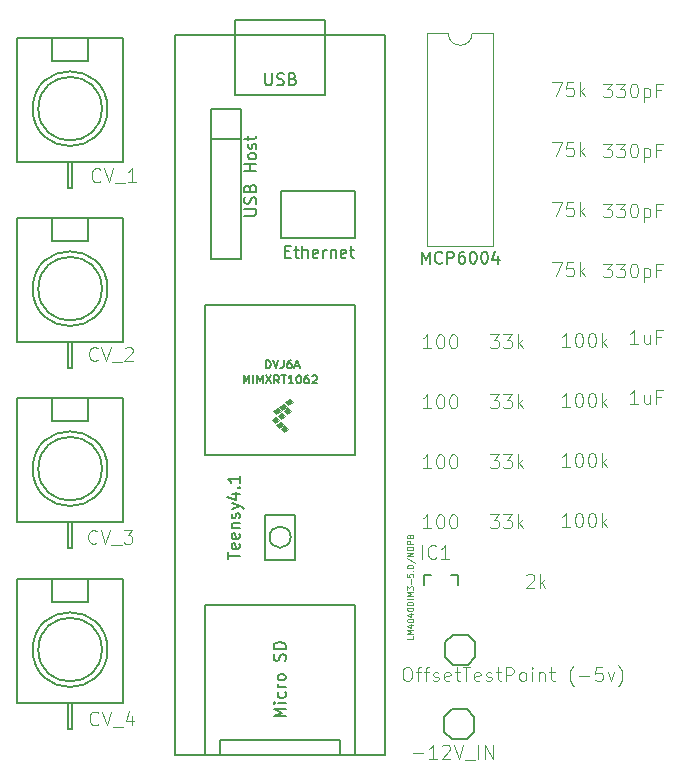
<source format=gbr>
%TF.GenerationSoftware,KiCad,Pcbnew,7.0.2-0*%
%TF.CreationDate,2023-11-13T17:50:44-05:00*%
%TF.ProjectId,Euro Power CV Shield,4575726f-2050-46f7-9765-722043562053,rev?*%
%TF.SameCoordinates,Original*%
%TF.FileFunction,Legend,Top*%
%TF.FilePolarity,Positive*%
%FSLAX46Y46*%
G04 Gerber Fmt 4.6, Leading zero omitted, Abs format (unit mm)*
G04 Created by KiCad (PCBNEW 7.0.2-0) date 2023-11-13 17:50:44*
%MOMM*%
%LPD*%
G01*
G04 APERTURE LIST*
%ADD10C,0.150000*%
%ADD11C,0.101600*%
%ADD12C,0.100000*%
%ADD13C,0.120000*%
%ADD14C,0.127000*%
%ADD15C,0.203200*%
%ADD16C,0.152400*%
G04 APERTURE END LIST*
D10*
%TO.C,U2*%
X122571608Y-119341796D02*
X122571608Y-118770368D01*
X123571608Y-119056082D02*
X122571608Y-119056082D01*
X123523989Y-118056082D02*
X123571608Y-118151320D01*
X123571608Y-118151320D02*
X123571608Y-118341796D01*
X123571608Y-118341796D02*
X123523989Y-118437034D01*
X123523989Y-118437034D02*
X123428750Y-118484653D01*
X123428750Y-118484653D02*
X123047798Y-118484653D01*
X123047798Y-118484653D02*
X122952560Y-118437034D01*
X122952560Y-118437034D02*
X122904941Y-118341796D01*
X122904941Y-118341796D02*
X122904941Y-118151320D01*
X122904941Y-118151320D02*
X122952560Y-118056082D01*
X122952560Y-118056082D02*
X123047798Y-118008463D01*
X123047798Y-118008463D02*
X123143036Y-118008463D01*
X123143036Y-118008463D02*
X123238274Y-118484653D01*
X123523989Y-117198939D02*
X123571608Y-117294177D01*
X123571608Y-117294177D02*
X123571608Y-117484653D01*
X123571608Y-117484653D02*
X123523989Y-117579891D01*
X123523989Y-117579891D02*
X123428750Y-117627510D01*
X123428750Y-117627510D02*
X123047798Y-117627510D01*
X123047798Y-117627510D02*
X122952560Y-117579891D01*
X122952560Y-117579891D02*
X122904941Y-117484653D01*
X122904941Y-117484653D02*
X122904941Y-117294177D01*
X122904941Y-117294177D02*
X122952560Y-117198939D01*
X122952560Y-117198939D02*
X123047798Y-117151320D01*
X123047798Y-117151320D02*
X123143036Y-117151320D01*
X123143036Y-117151320D02*
X123238274Y-117627510D01*
X122904941Y-116722748D02*
X123571608Y-116722748D01*
X123000179Y-116722748D02*
X122952560Y-116675129D01*
X122952560Y-116675129D02*
X122904941Y-116579891D01*
X122904941Y-116579891D02*
X122904941Y-116437034D01*
X122904941Y-116437034D02*
X122952560Y-116341796D01*
X122952560Y-116341796D02*
X123047798Y-116294177D01*
X123047798Y-116294177D02*
X123571608Y-116294177D01*
X123523989Y-115865605D02*
X123571608Y-115770367D01*
X123571608Y-115770367D02*
X123571608Y-115579891D01*
X123571608Y-115579891D02*
X123523989Y-115484653D01*
X123523989Y-115484653D02*
X123428750Y-115437034D01*
X123428750Y-115437034D02*
X123381131Y-115437034D01*
X123381131Y-115437034D02*
X123285893Y-115484653D01*
X123285893Y-115484653D02*
X123238274Y-115579891D01*
X123238274Y-115579891D02*
X123238274Y-115722748D01*
X123238274Y-115722748D02*
X123190655Y-115817986D01*
X123190655Y-115817986D02*
X123095417Y-115865605D01*
X123095417Y-115865605D02*
X123047798Y-115865605D01*
X123047798Y-115865605D02*
X122952560Y-115817986D01*
X122952560Y-115817986D02*
X122904941Y-115722748D01*
X122904941Y-115722748D02*
X122904941Y-115579891D01*
X122904941Y-115579891D02*
X122952560Y-115484653D01*
X122904941Y-115103700D02*
X123571608Y-114865605D01*
X122904941Y-114627510D02*
X123571608Y-114865605D01*
X123571608Y-114865605D02*
X123809703Y-114960843D01*
X123809703Y-114960843D02*
X123857322Y-115008462D01*
X123857322Y-115008462D02*
X123904941Y-115103700D01*
X122904941Y-113817986D02*
X123571608Y-113817986D01*
X122523989Y-114056081D02*
X123238274Y-114294176D01*
X123238274Y-114294176D02*
X123238274Y-113675129D01*
X123476369Y-113294176D02*
X123523989Y-113246557D01*
X123523989Y-113246557D02*
X123571608Y-113294176D01*
X123571608Y-113294176D02*
X123523989Y-113341795D01*
X123523989Y-113341795D02*
X123476369Y-113294176D01*
X123476369Y-113294176D02*
X123571608Y-113294176D01*
X123571608Y-112294177D02*
X123571608Y-112865605D01*
X123571608Y-112579891D02*
X122571608Y-112579891D01*
X122571608Y-112579891D02*
X122714465Y-112675129D01*
X122714465Y-112675129D02*
X122809703Y-112770367D01*
X122809703Y-112770367D02*
X122857322Y-112865605D01*
X125796666Y-103193833D02*
X125796666Y-102493833D01*
X125796666Y-102493833D02*
X125963333Y-102493833D01*
X125963333Y-102493833D02*
X126063333Y-102527166D01*
X126063333Y-102527166D02*
X126130000Y-102593833D01*
X126130000Y-102593833D02*
X126163333Y-102660500D01*
X126163333Y-102660500D02*
X126196666Y-102793833D01*
X126196666Y-102793833D02*
X126196666Y-102893833D01*
X126196666Y-102893833D02*
X126163333Y-103027166D01*
X126163333Y-103027166D02*
X126130000Y-103093833D01*
X126130000Y-103093833D02*
X126063333Y-103160500D01*
X126063333Y-103160500D02*
X125963333Y-103193833D01*
X125963333Y-103193833D02*
X125796666Y-103193833D01*
X126396666Y-102493833D02*
X126630000Y-103193833D01*
X126630000Y-103193833D02*
X126863333Y-102493833D01*
X127296666Y-102493833D02*
X127296666Y-102993833D01*
X127296666Y-102993833D02*
X127263333Y-103093833D01*
X127263333Y-103093833D02*
X127196666Y-103160500D01*
X127196666Y-103160500D02*
X127096666Y-103193833D01*
X127096666Y-103193833D02*
X127030000Y-103193833D01*
X127929999Y-102493833D02*
X127796666Y-102493833D01*
X127796666Y-102493833D02*
X127729999Y-102527166D01*
X127729999Y-102527166D02*
X127696666Y-102560500D01*
X127696666Y-102560500D02*
X127629999Y-102660500D01*
X127629999Y-102660500D02*
X127596666Y-102793833D01*
X127596666Y-102793833D02*
X127596666Y-103060500D01*
X127596666Y-103060500D02*
X127629999Y-103127166D01*
X127629999Y-103127166D02*
X127663333Y-103160500D01*
X127663333Y-103160500D02*
X127729999Y-103193833D01*
X127729999Y-103193833D02*
X127863333Y-103193833D01*
X127863333Y-103193833D02*
X127929999Y-103160500D01*
X127929999Y-103160500D02*
X127963333Y-103127166D01*
X127963333Y-103127166D02*
X127996666Y-103060500D01*
X127996666Y-103060500D02*
X127996666Y-102893833D01*
X127996666Y-102893833D02*
X127963333Y-102827166D01*
X127963333Y-102827166D02*
X127929999Y-102793833D01*
X127929999Y-102793833D02*
X127863333Y-102760500D01*
X127863333Y-102760500D02*
X127729999Y-102760500D01*
X127729999Y-102760500D02*
X127663333Y-102793833D01*
X127663333Y-102793833D02*
X127629999Y-102827166D01*
X127629999Y-102827166D02*
X127596666Y-102893833D01*
X128263333Y-102993833D02*
X128596666Y-102993833D01*
X128196666Y-103193833D02*
X128430000Y-102493833D01*
X128430000Y-102493833D02*
X128663333Y-103193833D01*
X123916666Y-104463833D02*
X123916666Y-103763833D01*
X123916666Y-103763833D02*
X124150000Y-104263833D01*
X124150000Y-104263833D02*
X124383333Y-103763833D01*
X124383333Y-103763833D02*
X124383333Y-104463833D01*
X124716666Y-104463833D02*
X124716666Y-103763833D01*
X125049999Y-104463833D02*
X125049999Y-103763833D01*
X125049999Y-103763833D02*
X125283333Y-104263833D01*
X125283333Y-104263833D02*
X125516666Y-103763833D01*
X125516666Y-103763833D02*
X125516666Y-104463833D01*
X125783333Y-103763833D02*
X126249999Y-104463833D01*
X126249999Y-103763833D02*
X125783333Y-104463833D01*
X126916666Y-104463833D02*
X126683333Y-104130500D01*
X126516666Y-104463833D02*
X126516666Y-103763833D01*
X126516666Y-103763833D02*
X126783333Y-103763833D01*
X126783333Y-103763833D02*
X126850000Y-103797166D01*
X126850000Y-103797166D02*
X126883333Y-103830500D01*
X126883333Y-103830500D02*
X126916666Y-103897166D01*
X126916666Y-103897166D02*
X126916666Y-103997166D01*
X126916666Y-103997166D02*
X126883333Y-104063833D01*
X126883333Y-104063833D02*
X126850000Y-104097166D01*
X126850000Y-104097166D02*
X126783333Y-104130500D01*
X126783333Y-104130500D02*
X126516666Y-104130500D01*
X127116666Y-103763833D02*
X127516666Y-103763833D01*
X127316666Y-104463833D02*
X127316666Y-103763833D01*
X128116666Y-104463833D02*
X127716666Y-104463833D01*
X127916666Y-104463833D02*
X127916666Y-103763833D01*
X127916666Y-103763833D02*
X127849999Y-103863833D01*
X127849999Y-103863833D02*
X127783333Y-103930500D01*
X127783333Y-103930500D02*
X127716666Y-103963833D01*
X128550000Y-103763833D02*
X128616666Y-103763833D01*
X128616666Y-103763833D02*
X128683333Y-103797166D01*
X128683333Y-103797166D02*
X128716666Y-103830500D01*
X128716666Y-103830500D02*
X128750000Y-103897166D01*
X128750000Y-103897166D02*
X128783333Y-104030500D01*
X128783333Y-104030500D02*
X128783333Y-104197166D01*
X128783333Y-104197166D02*
X128750000Y-104330500D01*
X128750000Y-104330500D02*
X128716666Y-104397166D01*
X128716666Y-104397166D02*
X128683333Y-104430500D01*
X128683333Y-104430500D02*
X128616666Y-104463833D01*
X128616666Y-104463833D02*
X128550000Y-104463833D01*
X128550000Y-104463833D02*
X128483333Y-104430500D01*
X128483333Y-104430500D02*
X128450000Y-104397166D01*
X128450000Y-104397166D02*
X128416666Y-104330500D01*
X128416666Y-104330500D02*
X128383333Y-104197166D01*
X128383333Y-104197166D02*
X128383333Y-104030500D01*
X128383333Y-104030500D02*
X128416666Y-103897166D01*
X128416666Y-103897166D02*
X128450000Y-103830500D01*
X128450000Y-103830500D02*
X128483333Y-103797166D01*
X128483333Y-103797166D02*
X128550000Y-103763833D01*
X129383333Y-103763833D02*
X129250000Y-103763833D01*
X129250000Y-103763833D02*
X129183333Y-103797166D01*
X129183333Y-103797166D02*
X129150000Y-103830500D01*
X129150000Y-103830500D02*
X129083333Y-103930500D01*
X129083333Y-103930500D02*
X129050000Y-104063833D01*
X129050000Y-104063833D02*
X129050000Y-104330500D01*
X129050000Y-104330500D02*
X129083333Y-104397166D01*
X129083333Y-104397166D02*
X129116667Y-104430500D01*
X129116667Y-104430500D02*
X129183333Y-104463833D01*
X129183333Y-104463833D02*
X129316667Y-104463833D01*
X129316667Y-104463833D02*
X129383333Y-104430500D01*
X129383333Y-104430500D02*
X129416667Y-104397166D01*
X129416667Y-104397166D02*
X129450000Y-104330500D01*
X129450000Y-104330500D02*
X129450000Y-104163833D01*
X129450000Y-104163833D02*
X129416667Y-104097166D01*
X129416667Y-104097166D02*
X129383333Y-104063833D01*
X129383333Y-104063833D02*
X129316667Y-104030500D01*
X129316667Y-104030500D02*
X129183333Y-104030500D01*
X129183333Y-104030500D02*
X129116667Y-104063833D01*
X129116667Y-104063833D02*
X129083333Y-104097166D01*
X129083333Y-104097166D02*
X129050000Y-104163833D01*
X129716667Y-103830500D02*
X129750000Y-103797166D01*
X129750000Y-103797166D02*
X129816667Y-103763833D01*
X129816667Y-103763833D02*
X129983334Y-103763833D01*
X129983334Y-103763833D02*
X130050000Y-103797166D01*
X130050000Y-103797166D02*
X130083334Y-103830500D01*
X130083334Y-103830500D02*
X130116667Y-103897166D01*
X130116667Y-103897166D02*
X130116667Y-103963833D01*
X130116667Y-103963833D02*
X130083334Y-104063833D01*
X130083334Y-104063833D02*
X129683334Y-104463833D01*
X129683334Y-104463833D02*
X130116667Y-104463833D01*
X127462619Y-132659047D02*
X126462619Y-132659047D01*
X126462619Y-132659047D02*
X127176904Y-132325714D01*
X127176904Y-132325714D02*
X126462619Y-131992381D01*
X126462619Y-131992381D02*
X127462619Y-131992381D01*
X127462619Y-131516190D02*
X126795952Y-131516190D01*
X126462619Y-131516190D02*
X126510238Y-131563809D01*
X126510238Y-131563809D02*
X126557857Y-131516190D01*
X126557857Y-131516190D02*
X126510238Y-131468571D01*
X126510238Y-131468571D02*
X126462619Y-131516190D01*
X126462619Y-131516190D02*
X126557857Y-131516190D01*
X127415000Y-130611429D02*
X127462619Y-130706667D01*
X127462619Y-130706667D02*
X127462619Y-130897143D01*
X127462619Y-130897143D02*
X127415000Y-130992381D01*
X127415000Y-130992381D02*
X127367380Y-131040000D01*
X127367380Y-131040000D02*
X127272142Y-131087619D01*
X127272142Y-131087619D02*
X126986428Y-131087619D01*
X126986428Y-131087619D02*
X126891190Y-131040000D01*
X126891190Y-131040000D02*
X126843571Y-130992381D01*
X126843571Y-130992381D02*
X126795952Y-130897143D01*
X126795952Y-130897143D02*
X126795952Y-130706667D01*
X126795952Y-130706667D02*
X126843571Y-130611429D01*
X127462619Y-130182857D02*
X126795952Y-130182857D01*
X126986428Y-130182857D02*
X126891190Y-130135238D01*
X126891190Y-130135238D02*
X126843571Y-130087619D01*
X126843571Y-130087619D02*
X126795952Y-129992381D01*
X126795952Y-129992381D02*
X126795952Y-129897143D01*
X127462619Y-129420952D02*
X127415000Y-129516190D01*
X127415000Y-129516190D02*
X127367380Y-129563809D01*
X127367380Y-129563809D02*
X127272142Y-129611428D01*
X127272142Y-129611428D02*
X126986428Y-129611428D01*
X126986428Y-129611428D02*
X126891190Y-129563809D01*
X126891190Y-129563809D02*
X126843571Y-129516190D01*
X126843571Y-129516190D02*
X126795952Y-129420952D01*
X126795952Y-129420952D02*
X126795952Y-129278095D01*
X126795952Y-129278095D02*
X126843571Y-129182857D01*
X126843571Y-129182857D02*
X126891190Y-129135238D01*
X126891190Y-129135238D02*
X126986428Y-129087619D01*
X126986428Y-129087619D02*
X127272142Y-129087619D01*
X127272142Y-129087619D02*
X127367380Y-129135238D01*
X127367380Y-129135238D02*
X127415000Y-129182857D01*
X127415000Y-129182857D02*
X127462619Y-129278095D01*
X127462619Y-129278095D02*
X127462619Y-129420952D01*
X127415000Y-127944761D02*
X127462619Y-127801904D01*
X127462619Y-127801904D02*
X127462619Y-127563809D01*
X127462619Y-127563809D02*
X127415000Y-127468571D01*
X127415000Y-127468571D02*
X127367380Y-127420952D01*
X127367380Y-127420952D02*
X127272142Y-127373333D01*
X127272142Y-127373333D02*
X127176904Y-127373333D01*
X127176904Y-127373333D02*
X127081666Y-127420952D01*
X127081666Y-127420952D02*
X127034047Y-127468571D01*
X127034047Y-127468571D02*
X126986428Y-127563809D01*
X126986428Y-127563809D02*
X126938809Y-127754285D01*
X126938809Y-127754285D02*
X126891190Y-127849523D01*
X126891190Y-127849523D02*
X126843571Y-127897142D01*
X126843571Y-127897142D02*
X126748333Y-127944761D01*
X126748333Y-127944761D02*
X126653095Y-127944761D01*
X126653095Y-127944761D02*
X126557857Y-127897142D01*
X126557857Y-127897142D02*
X126510238Y-127849523D01*
X126510238Y-127849523D02*
X126462619Y-127754285D01*
X126462619Y-127754285D02*
X126462619Y-127516190D01*
X126462619Y-127516190D02*
X126510238Y-127373333D01*
X127462619Y-126944761D02*
X126462619Y-126944761D01*
X126462619Y-126944761D02*
X126462619Y-126706666D01*
X126462619Y-126706666D02*
X126510238Y-126563809D01*
X126510238Y-126563809D02*
X126605476Y-126468571D01*
X126605476Y-126468571D02*
X126700714Y-126420952D01*
X126700714Y-126420952D02*
X126891190Y-126373333D01*
X126891190Y-126373333D02*
X127034047Y-126373333D01*
X127034047Y-126373333D02*
X127224523Y-126420952D01*
X127224523Y-126420952D02*
X127319761Y-126468571D01*
X127319761Y-126468571D02*
X127415000Y-126563809D01*
X127415000Y-126563809D02*
X127462619Y-126706666D01*
X127462619Y-126706666D02*
X127462619Y-126944761D01*
X125738095Y-78202619D02*
X125738095Y-79012142D01*
X125738095Y-79012142D02*
X125785714Y-79107380D01*
X125785714Y-79107380D02*
X125833333Y-79155000D01*
X125833333Y-79155000D02*
X125928571Y-79202619D01*
X125928571Y-79202619D02*
X126119047Y-79202619D01*
X126119047Y-79202619D02*
X126214285Y-79155000D01*
X126214285Y-79155000D02*
X126261904Y-79107380D01*
X126261904Y-79107380D02*
X126309523Y-79012142D01*
X126309523Y-79012142D02*
X126309523Y-78202619D01*
X126738095Y-79155000D02*
X126880952Y-79202619D01*
X126880952Y-79202619D02*
X127119047Y-79202619D01*
X127119047Y-79202619D02*
X127214285Y-79155000D01*
X127214285Y-79155000D02*
X127261904Y-79107380D01*
X127261904Y-79107380D02*
X127309523Y-79012142D01*
X127309523Y-79012142D02*
X127309523Y-78916904D01*
X127309523Y-78916904D02*
X127261904Y-78821666D01*
X127261904Y-78821666D02*
X127214285Y-78774047D01*
X127214285Y-78774047D02*
X127119047Y-78726428D01*
X127119047Y-78726428D02*
X126928571Y-78678809D01*
X126928571Y-78678809D02*
X126833333Y-78631190D01*
X126833333Y-78631190D02*
X126785714Y-78583571D01*
X126785714Y-78583571D02*
X126738095Y-78488333D01*
X126738095Y-78488333D02*
X126738095Y-78393095D01*
X126738095Y-78393095D02*
X126785714Y-78297857D01*
X126785714Y-78297857D02*
X126833333Y-78250238D01*
X126833333Y-78250238D02*
X126928571Y-78202619D01*
X126928571Y-78202619D02*
X127166666Y-78202619D01*
X127166666Y-78202619D02*
X127309523Y-78250238D01*
X128071428Y-78678809D02*
X128214285Y-78726428D01*
X128214285Y-78726428D02*
X128261904Y-78774047D01*
X128261904Y-78774047D02*
X128309523Y-78869285D01*
X128309523Y-78869285D02*
X128309523Y-79012142D01*
X128309523Y-79012142D02*
X128261904Y-79107380D01*
X128261904Y-79107380D02*
X128214285Y-79155000D01*
X128214285Y-79155000D02*
X128119047Y-79202619D01*
X128119047Y-79202619D02*
X127738095Y-79202619D01*
X127738095Y-79202619D02*
X127738095Y-78202619D01*
X127738095Y-78202619D02*
X128071428Y-78202619D01*
X128071428Y-78202619D02*
X128166666Y-78250238D01*
X128166666Y-78250238D02*
X128214285Y-78297857D01*
X128214285Y-78297857D02*
X128261904Y-78393095D01*
X128261904Y-78393095D02*
X128261904Y-78488333D01*
X128261904Y-78488333D02*
X128214285Y-78583571D01*
X128214285Y-78583571D02*
X128166666Y-78631190D01*
X128166666Y-78631190D02*
X128071428Y-78678809D01*
X128071428Y-78678809D02*
X127738095Y-78678809D01*
X127419456Y-93283809D02*
X127752789Y-93283809D01*
X127895646Y-93807619D02*
X127419456Y-93807619D01*
X127419456Y-93807619D02*
X127419456Y-92807619D01*
X127419456Y-92807619D02*
X127895646Y-92807619D01*
X128181361Y-93140952D02*
X128562313Y-93140952D01*
X128324218Y-92807619D02*
X128324218Y-93664761D01*
X128324218Y-93664761D02*
X128371837Y-93760000D01*
X128371837Y-93760000D02*
X128467075Y-93807619D01*
X128467075Y-93807619D02*
X128562313Y-93807619D01*
X128895647Y-93807619D02*
X128895647Y-92807619D01*
X129324218Y-93807619D02*
X129324218Y-93283809D01*
X129324218Y-93283809D02*
X129276599Y-93188571D01*
X129276599Y-93188571D02*
X129181361Y-93140952D01*
X129181361Y-93140952D02*
X129038504Y-93140952D01*
X129038504Y-93140952D02*
X128943266Y-93188571D01*
X128943266Y-93188571D02*
X128895647Y-93236190D01*
X130181361Y-93760000D02*
X130086123Y-93807619D01*
X130086123Y-93807619D02*
X129895647Y-93807619D01*
X129895647Y-93807619D02*
X129800409Y-93760000D01*
X129800409Y-93760000D02*
X129752790Y-93664761D01*
X129752790Y-93664761D02*
X129752790Y-93283809D01*
X129752790Y-93283809D02*
X129800409Y-93188571D01*
X129800409Y-93188571D02*
X129895647Y-93140952D01*
X129895647Y-93140952D02*
X130086123Y-93140952D01*
X130086123Y-93140952D02*
X130181361Y-93188571D01*
X130181361Y-93188571D02*
X130228980Y-93283809D01*
X130228980Y-93283809D02*
X130228980Y-93379047D01*
X130228980Y-93379047D02*
X129752790Y-93474285D01*
X130657552Y-93807619D02*
X130657552Y-93140952D01*
X130657552Y-93331428D02*
X130705171Y-93236190D01*
X130705171Y-93236190D02*
X130752790Y-93188571D01*
X130752790Y-93188571D02*
X130848028Y-93140952D01*
X130848028Y-93140952D02*
X130943266Y-93140952D01*
X131276600Y-93140952D02*
X131276600Y-93807619D01*
X131276600Y-93236190D02*
X131324219Y-93188571D01*
X131324219Y-93188571D02*
X131419457Y-93140952D01*
X131419457Y-93140952D02*
X131562314Y-93140952D01*
X131562314Y-93140952D02*
X131657552Y-93188571D01*
X131657552Y-93188571D02*
X131705171Y-93283809D01*
X131705171Y-93283809D02*
X131705171Y-93807619D01*
X132562314Y-93760000D02*
X132467076Y-93807619D01*
X132467076Y-93807619D02*
X132276600Y-93807619D01*
X132276600Y-93807619D02*
X132181362Y-93760000D01*
X132181362Y-93760000D02*
X132133743Y-93664761D01*
X132133743Y-93664761D02*
X132133743Y-93283809D01*
X132133743Y-93283809D02*
X132181362Y-93188571D01*
X132181362Y-93188571D02*
X132276600Y-93140952D01*
X132276600Y-93140952D02*
X132467076Y-93140952D01*
X132467076Y-93140952D02*
X132562314Y-93188571D01*
X132562314Y-93188571D02*
X132609933Y-93283809D01*
X132609933Y-93283809D02*
X132609933Y-93379047D01*
X132609933Y-93379047D02*
X132133743Y-93474285D01*
X132895648Y-93140952D02*
X133276600Y-93140952D01*
X133038505Y-92807619D02*
X133038505Y-93664761D01*
X133038505Y-93664761D02*
X133086124Y-93760000D01*
X133086124Y-93760000D02*
X133181362Y-93807619D01*
X133181362Y-93807619D02*
X133276600Y-93807619D01*
X123973419Y-90253723D02*
X124782942Y-90253723D01*
X124782942Y-90253723D02*
X124878180Y-90206104D01*
X124878180Y-90206104D02*
X124925800Y-90158485D01*
X124925800Y-90158485D02*
X124973419Y-90063247D01*
X124973419Y-90063247D02*
X124973419Y-89872771D01*
X124973419Y-89872771D02*
X124925800Y-89777533D01*
X124925800Y-89777533D02*
X124878180Y-89729914D01*
X124878180Y-89729914D02*
X124782942Y-89682295D01*
X124782942Y-89682295D02*
X123973419Y-89682295D01*
X124925800Y-89253723D02*
X124973419Y-89110866D01*
X124973419Y-89110866D02*
X124973419Y-88872771D01*
X124973419Y-88872771D02*
X124925800Y-88777533D01*
X124925800Y-88777533D02*
X124878180Y-88729914D01*
X124878180Y-88729914D02*
X124782942Y-88682295D01*
X124782942Y-88682295D02*
X124687704Y-88682295D01*
X124687704Y-88682295D02*
X124592466Y-88729914D01*
X124592466Y-88729914D02*
X124544847Y-88777533D01*
X124544847Y-88777533D02*
X124497228Y-88872771D01*
X124497228Y-88872771D02*
X124449609Y-89063247D01*
X124449609Y-89063247D02*
X124401990Y-89158485D01*
X124401990Y-89158485D02*
X124354371Y-89206104D01*
X124354371Y-89206104D02*
X124259133Y-89253723D01*
X124259133Y-89253723D02*
X124163895Y-89253723D01*
X124163895Y-89253723D02*
X124068657Y-89206104D01*
X124068657Y-89206104D02*
X124021038Y-89158485D01*
X124021038Y-89158485D02*
X123973419Y-89063247D01*
X123973419Y-89063247D02*
X123973419Y-88825152D01*
X123973419Y-88825152D02*
X124021038Y-88682295D01*
X124449609Y-87920390D02*
X124497228Y-87777533D01*
X124497228Y-87777533D02*
X124544847Y-87729914D01*
X124544847Y-87729914D02*
X124640085Y-87682295D01*
X124640085Y-87682295D02*
X124782942Y-87682295D01*
X124782942Y-87682295D02*
X124878180Y-87729914D01*
X124878180Y-87729914D02*
X124925800Y-87777533D01*
X124925800Y-87777533D02*
X124973419Y-87872771D01*
X124973419Y-87872771D02*
X124973419Y-88253723D01*
X124973419Y-88253723D02*
X123973419Y-88253723D01*
X123973419Y-88253723D02*
X123973419Y-87920390D01*
X123973419Y-87920390D02*
X124021038Y-87825152D01*
X124021038Y-87825152D02*
X124068657Y-87777533D01*
X124068657Y-87777533D02*
X124163895Y-87729914D01*
X124163895Y-87729914D02*
X124259133Y-87729914D01*
X124259133Y-87729914D02*
X124354371Y-87777533D01*
X124354371Y-87777533D02*
X124401990Y-87825152D01*
X124401990Y-87825152D02*
X124449609Y-87920390D01*
X124449609Y-87920390D02*
X124449609Y-88253723D01*
X124973419Y-86491818D02*
X123973419Y-86491818D01*
X124449609Y-86491818D02*
X124449609Y-85920390D01*
X124973419Y-85920390D02*
X123973419Y-85920390D01*
X124973419Y-85301342D02*
X124925800Y-85396580D01*
X124925800Y-85396580D02*
X124878180Y-85444199D01*
X124878180Y-85444199D02*
X124782942Y-85491818D01*
X124782942Y-85491818D02*
X124497228Y-85491818D01*
X124497228Y-85491818D02*
X124401990Y-85444199D01*
X124401990Y-85444199D02*
X124354371Y-85396580D01*
X124354371Y-85396580D02*
X124306752Y-85301342D01*
X124306752Y-85301342D02*
X124306752Y-85158485D01*
X124306752Y-85158485D02*
X124354371Y-85063247D01*
X124354371Y-85063247D02*
X124401990Y-85015628D01*
X124401990Y-85015628D02*
X124497228Y-84968009D01*
X124497228Y-84968009D02*
X124782942Y-84968009D01*
X124782942Y-84968009D02*
X124878180Y-85015628D01*
X124878180Y-85015628D02*
X124925800Y-85063247D01*
X124925800Y-85063247D02*
X124973419Y-85158485D01*
X124973419Y-85158485D02*
X124973419Y-85301342D01*
X124925800Y-84587056D02*
X124973419Y-84491818D01*
X124973419Y-84491818D02*
X124973419Y-84301342D01*
X124973419Y-84301342D02*
X124925800Y-84206104D01*
X124925800Y-84206104D02*
X124830561Y-84158485D01*
X124830561Y-84158485D02*
X124782942Y-84158485D01*
X124782942Y-84158485D02*
X124687704Y-84206104D01*
X124687704Y-84206104D02*
X124640085Y-84301342D01*
X124640085Y-84301342D02*
X124640085Y-84444199D01*
X124640085Y-84444199D02*
X124592466Y-84539437D01*
X124592466Y-84539437D02*
X124497228Y-84587056D01*
X124497228Y-84587056D02*
X124449609Y-84587056D01*
X124449609Y-84587056D02*
X124354371Y-84539437D01*
X124354371Y-84539437D02*
X124306752Y-84444199D01*
X124306752Y-84444199D02*
X124306752Y-84301342D01*
X124306752Y-84301342D02*
X124354371Y-84206104D01*
X124306752Y-83872770D02*
X124306752Y-83491818D01*
X123973419Y-83729913D02*
X124830561Y-83729913D01*
X124830561Y-83729913D02*
X124925800Y-83682294D01*
X124925800Y-83682294D02*
X124973419Y-83587056D01*
X124973419Y-83587056D02*
X124973419Y-83491818D01*
%TO.C,U1*%
X139011905Y-94312619D02*
X139011905Y-93312619D01*
X139011905Y-93312619D02*
X139345238Y-94026904D01*
X139345238Y-94026904D02*
X139678571Y-93312619D01*
X139678571Y-93312619D02*
X139678571Y-94312619D01*
X140726190Y-94217380D02*
X140678571Y-94265000D01*
X140678571Y-94265000D02*
X140535714Y-94312619D01*
X140535714Y-94312619D02*
X140440476Y-94312619D01*
X140440476Y-94312619D02*
X140297619Y-94265000D01*
X140297619Y-94265000D02*
X140202381Y-94169761D01*
X140202381Y-94169761D02*
X140154762Y-94074523D01*
X140154762Y-94074523D02*
X140107143Y-93884047D01*
X140107143Y-93884047D02*
X140107143Y-93741190D01*
X140107143Y-93741190D02*
X140154762Y-93550714D01*
X140154762Y-93550714D02*
X140202381Y-93455476D01*
X140202381Y-93455476D02*
X140297619Y-93360238D01*
X140297619Y-93360238D02*
X140440476Y-93312619D01*
X140440476Y-93312619D02*
X140535714Y-93312619D01*
X140535714Y-93312619D02*
X140678571Y-93360238D01*
X140678571Y-93360238D02*
X140726190Y-93407857D01*
X141154762Y-94312619D02*
X141154762Y-93312619D01*
X141154762Y-93312619D02*
X141535714Y-93312619D01*
X141535714Y-93312619D02*
X141630952Y-93360238D01*
X141630952Y-93360238D02*
X141678571Y-93407857D01*
X141678571Y-93407857D02*
X141726190Y-93503095D01*
X141726190Y-93503095D02*
X141726190Y-93645952D01*
X141726190Y-93645952D02*
X141678571Y-93741190D01*
X141678571Y-93741190D02*
X141630952Y-93788809D01*
X141630952Y-93788809D02*
X141535714Y-93836428D01*
X141535714Y-93836428D02*
X141154762Y-93836428D01*
X142583333Y-93312619D02*
X142392857Y-93312619D01*
X142392857Y-93312619D02*
X142297619Y-93360238D01*
X142297619Y-93360238D02*
X142250000Y-93407857D01*
X142250000Y-93407857D02*
X142154762Y-93550714D01*
X142154762Y-93550714D02*
X142107143Y-93741190D01*
X142107143Y-93741190D02*
X142107143Y-94122142D01*
X142107143Y-94122142D02*
X142154762Y-94217380D01*
X142154762Y-94217380D02*
X142202381Y-94265000D01*
X142202381Y-94265000D02*
X142297619Y-94312619D01*
X142297619Y-94312619D02*
X142488095Y-94312619D01*
X142488095Y-94312619D02*
X142583333Y-94265000D01*
X142583333Y-94265000D02*
X142630952Y-94217380D01*
X142630952Y-94217380D02*
X142678571Y-94122142D01*
X142678571Y-94122142D02*
X142678571Y-93884047D01*
X142678571Y-93884047D02*
X142630952Y-93788809D01*
X142630952Y-93788809D02*
X142583333Y-93741190D01*
X142583333Y-93741190D02*
X142488095Y-93693571D01*
X142488095Y-93693571D02*
X142297619Y-93693571D01*
X142297619Y-93693571D02*
X142202381Y-93741190D01*
X142202381Y-93741190D02*
X142154762Y-93788809D01*
X142154762Y-93788809D02*
X142107143Y-93884047D01*
X143297619Y-93312619D02*
X143392857Y-93312619D01*
X143392857Y-93312619D02*
X143488095Y-93360238D01*
X143488095Y-93360238D02*
X143535714Y-93407857D01*
X143535714Y-93407857D02*
X143583333Y-93503095D01*
X143583333Y-93503095D02*
X143630952Y-93693571D01*
X143630952Y-93693571D02*
X143630952Y-93931666D01*
X143630952Y-93931666D02*
X143583333Y-94122142D01*
X143583333Y-94122142D02*
X143535714Y-94217380D01*
X143535714Y-94217380D02*
X143488095Y-94265000D01*
X143488095Y-94265000D02*
X143392857Y-94312619D01*
X143392857Y-94312619D02*
X143297619Y-94312619D01*
X143297619Y-94312619D02*
X143202381Y-94265000D01*
X143202381Y-94265000D02*
X143154762Y-94217380D01*
X143154762Y-94217380D02*
X143107143Y-94122142D01*
X143107143Y-94122142D02*
X143059524Y-93931666D01*
X143059524Y-93931666D02*
X143059524Y-93693571D01*
X143059524Y-93693571D02*
X143107143Y-93503095D01*
X143107143Y-93503095D02*
X143154762Y-93407857D01*
X143154762Y-93407857D02*
X143202381Y-93360238D01*
X143202381Y-93360238D02*
X143297619Y-93312619D01*
X144250000Y-93312619D02*
X144345238Y-93312619D01*
X144345238Y-93312619D02*
X144440476Y-93360238D01*
X144440476Y-93360238D02*
X144488095Y-93407857D01*
X144488095Y-93407857D02*
X144535714Y-93503095D01*
X144535714Y-93503095D02*
X144583333Y-93693571D01*
X144583333Y-93693571D02*
X144583333Y-93931666D01*
X144583333Y-93931666D02*
X144535714Y-94122142D01*
X144535714Y-94122142D02*
X144488095Y-94217380D01*
X144488095Y-94217380D02*
X144440476Y-94265000D01*
X144440476Y-94265000D02*
X144345238Y-94312619D01*
X144345238Y-94312619D02*
X144250000Y-94312619D01*
X144250000Y-94312619D02*
X144154762Y-94265000D01*
X144154762Y-94265000D02*
X144107143Y-94217380D01*
X144107143Y-94217380D02*
X144059524Y-94122142D01*
X144059524Y-94122142D02*
X144011905Y-93931666D01*
X144011905Y-93931666D02*
X144011905Y-93693571D01*
X144011905Y-93693571D02*
X144059524Y-93503095D01*
X144059524Y-93503095D02*
X144107143Y-93407857D01*
X144107143Y-93407857D02*
X144154762Y-93360238D01*
X144154762Y-93360238D02*
X144250000Y-93312619D01*
X145440476Y-93645952D02*
X145440476Y-94312619D01*
X145202381Y-93265000D02*
X144964286Y-93979285D01*
X144964286Y-93979285D02*
X145583333Y-93979285D01*
D11*
%TO.C,R17*%
X151526109Y-111528910D02*
X150858452Y-111528910D01*
X151192280Y-111528910D02*
X151192280Y-110360510D01*
X151192280Y-110360510D02*
X151081004Y-110527424D01*
X151081004Y-110527424D02*
X150969728Y-110638700D01*
X150969728Y-110638700D02*
X150858452Y-110694338D01*
X152249404Y-110360510D02*
X152360681Y-110360510D01*
X152360681Y-110360510D02*
X152471957Y-110416148D01*
X152471957Y-110416148D02*
X152527595Y-110471786D01*
X152527595Y-110471786D02*
X152583233Y-110583062D01*
X152583233Y-110583062D02*
X152638871Y-110805614D01*
X152638871Y-110805614D02*
X152638871Y-111083805D01*
X152638871Y-111083805D02*
X152583233Y-111306357D01*
X152583233Y-111306357D02*
X152527595Y-111417633D01*
X152527595Y-111417633D02*
X152471957Y-111473272D01*
X152471957Y-111473272D02*
X152360681Y-111528910D01*
X152360681Y-111528910D02*
X152249404Y-111528910D01*
X152249404Y-111528910D02*
X152138128Y-111473272D01*
X152138128Y-111473272D02*
X152082490Y-111417633D01*
X152082490Y-111417633D02*
X152026852Y-111306357D01*
X152026852Y-111306357D02*
X151971214Y-111083805D01*
X151971214Y-111083805D02*
X151971214Y-110805614D01*
X151971214Y-110805614D02*
X152026852Y-110583062D01*
X152026852Y-110583062D02*
X152082490Y-110471786D01*
X152082490Y-110471786D02*
X152138128Y-110416148D01*
X152138128Y-110416148D02*
X152249404Y-110360510D01*
X153362166Y-110360510D02*
X153473443Y-110360510D01*
X153473443Y-110360510D02*
X153584719Y-110416148D01*
X153584719Y-110416148D02*
X153640357Y-110471786D01*
X153640357Y-110471786D02*
X153695995Y-110583062D01*
X153695995Y-110583062D02*
X153751633Y-110805614D01*
X153751633Y-110805614D02*
X153751633Y-111083805D01*
X153751633Y-111083805D02*
X153695995Y-111306357D01*
X153695995Y-111306357D02*
X153640357Y-111417633D01*
X153640357Y-111417633D02*
X153584719Y-111473272D01*
X153584719Y-111473272D02*
X153473443Y-111528910D01*
X153473443Y-111528910D02*
X153362166Y-111528910D01*
X153362166Y-111528910D02*
X153250890Y-111473272D01*
X153250890Y-111473272D02*
X153195252Y-111417633D01*
X153195252Y-111417633D02*
X153139614Y-111306357D01*
X153139614Y-111306357D02*
X153083976Y-111083805D01*
X153083976Y-111083805D02*
X153083976Y-110805614D01*
X153083976Y-110805614D02*
X153139614Y-110583062D01*
X153139614Y-110583062D02*
X153195252Y-110471786D01*
X153195252Y-110471786D02*
X153250890Y-110416148D01*
X153250890Y-110416148D02*
X153362166Y-110360510D01*
X154252376Y-111528910D02*
X154252376Y-110360510D01*
X154363652Y-111083805D02*
X154697481Y-111528910D01*
X154697481Y-110749976D02*
X154252376Y-111195081D01*
%TO.C,R16*%
X144775114Y-110477710D02*
X145498409Y-110477710D01*
X145498409Y-110477710D02*
X145108942Y-110922814D01*
X145108942Y-110922814D02*
X145275857Y-110922814D01*
X145275857Y-110922814D02*
X145387133Y-110978452D01*
X145387133Y-110978452D02*
X145442771Y-111034091D01*
X145442771Y-111034091D02*
X145498409Y-111145367D01*
X145498409Y-111145367D02*
X145498409Y-111423557D01*
X145498409Y-111423557D02*
X145442771Y-111534833D01*
X145442771Y-111534833D02*
X145387133Y-111590472D01*
X145387133Y-111590472D02*
X145275857Y-111646110D01*
X145275857Y-111646110D02*
X144942028Y-111646110D01*
X144942028Y-111646110D02*
X144830752Y-111590472D01*
X144830752Y-111590472D02*
X144775114Y-111534833D01*
X145887876Y-110477710D02*
X146611171Y-110477710D01*
X146611171Y-110477710D02*
X146221704Y-110922814D01*
X146221704Y-110922814D02*
X146388619Y-110922814D01*
X146388619Y-110922814D02*
X146499895Y-110978452D01*
X146499895Y-110978452D02*
X146555533Y-111034091D01*
X146555533Y-111034091D02*
X146611171Y-111145367D01*
X146611171Y-111145367D02*
X146611171Y-111423557D01*
X146611171Y-111423557D02*
X146555533Y-111534833D01*
X146555533Y-111534833D02*
X146499895Y-111590472D01*
X146499895Y-111590472D02*
X146388619Y-111646110D01*
X146388619Y-111646110D02*
X146054790Y-111646110D01*
X146054790Y-111646110D02*
X145943514Y-111590472D01*
X145943514Y-111590472D02*
X145887876Y-111534833D01*
X147111914Y-111646110D02*
X147111914Y-110477710D01*
X147223190Y-111201005D02*
X147557019Y-111646110D01*
X147557019Y-110867176D02*
X147111914Y-111312281D01*
%TO.C,R15*%
X150047414Y-89143710D02*
X150826347Y-89143710D01*
X150826347Y-89143710D02*
X150325604Y-90312110D01*
X151827833Y-89143710D02*
X151271452Y-89143710D01*
X151271452Y-89143710D02*
X151215814Y-89700091D01*
X151215814Y-89700091D02*
X151271452Y-89644452D01*
X151271452Y-89644452D02*
X151382728Y-89588814D01*
X151382728Y-89588814D02*
X151660919Y-89588814D01*
X151660919Y-89588814D02*
X151772195Y-89644452D01*
X151772195Y-89644452D02*
X151827833Y-89700091D01*
X151827833Y-89700091D02*
X151883471Y-89811367D01*
X151883471Y-89811367D02*
X151883471Y-90089557D01*
X151883471Y-90089557D02*
X151827833Y-90200833D01*
X151827833Y-90200833D02*
X151772195Y-90256472D01*
X151772195Y-90256472D02*
X151660919Y-90312110D01*
X151660919Y-90312110D02*
X151382728Y-90312110D01*
X151382728Y-90312110D02*
X151271452Y-90256472D01*
X151271452Y-90256472D02*
X151215814Y-90200833D01*
X152384214Y-90312110D02*
X152384214Y-89143710D01*
X152495490Y-89867005D02*
X152829319Y-90312110D01*
X152829319Y-89533176D02*
X152384214Y-89978281D01*
%TO.C,R14*%
X139778409Y-101486110D02*
X139110752Y-101486110D01*
X139444580Y-101486110D02*
X139444580Y-100317710D01*
X139444580Y-100317710D02*
X139333304Y-100484624D01*
X139333304Y-100484624D02*
X139222028Y-100595900D01*
X139222028Y-100595900D02*
X139110752Y-100651538D01*
X140501704Y-100317710D02*
X140612981Y-100317710D01*
X140612981Y-100317710D02*
X140724257Y-100373348D01*
X140724257Y-100373348D02*
X140779895Y-100428986D01*
X140779895Y-100428986D02*
X140835533Y-100540262D01*
X140835533Y-100540262D02*
X140891171Y-100762814D01*
X140891171Y-100762814D02*
X140891171Y-101041005D01*
X140891171Y-101041005D02*
X140835533Y-101263557D01*
X140835533Y-101263557D02*
X140779895Y-101374833D01*
X140779895Y-101374833D02*
X140724257Y-101430472D01*
X140724257Y-101430472D02*
X140612981Y-101486110D01*
X140612981Y-101486110D02*
X140501704Y-101486110D01*
X140501704Y-101486110D02*
X140390428Y-101430472D01*
X140390428Y-101430472D02*
X140334790Y-101374833D01*
X140334790Y-101374833D02*
X140279152Y-101263557D01*
X140279152Y-101263557D02*
X140223514Y-101041005D01*
X140223514Y-101041005D02*
X140223514Y-100762814D01*
X140223514Y-100762814D02*
X140279152Y-100540262D01*
X140279152Y-100540262D02*
X140334790Y-100428986D01*
X140334790Y-100428986D02*
X140390428Y-100373348D01*
X140390428Y-100373348D02*
X140501704Y-100317710D01*
X141614466Y-100317710D02*
X141725743Y-100317710D01*
X141725743Y-100317710D02*
X141837019Y-100373348D01*
X141837019Y-100373348D02*
X141892657Y-100428986D01*
X141892657Y-100428986D02*
X141948295Y-100540262D01*
X141948295Y-100540262D02*
X142003933Y-100762814D01*
X142003933Y-100762814D02*
X142003933Y-101041005D01*
X142003933Y-101041005D02*
X141948295Y-101263557D01*
X141948295Y-101263557D02*
X141892657Y-101374833D01*
X141892657Y-101374833D02*
X141837019Y-101430472D01*
X141837019Y-101430472D02*
X141725743Y-101486110D01*
X141725743Y-101486110D02*
X141614466Y-101486110D01*
X141614466Y-101486110D02*
X141503190Y-101430472D01*
X141503190Y-101430472D02*
X141447552Y-101374833D01*
X141447552Y-101374833D02*
X141391914Y-101263557D01*
X141391914Y-101263557D02*
X141336276Y-101041005D01*
X141336276Y-101041005D02*
X141336276Y-100762814D01*
X141336276Y-100762814D02*
X141391914Y-100540262D01*
X141391914Y-100540262D02*
X141447552Y-100428986D01*
X141447552Y-100428986D02*
X141503190Y-100373348D01*
X141503190Y-100373348D02*
X141614466Y-100317710D01*
%TO.C,R13*%
X151526109Y-116608910D02*
X150858452Y-116608910D01*
X151192280Y-116608910D02*
X151192280Y-115440510D01*
X151192280Y-115440510D02*
X151081004Y-115607424D01*
X151081004Y-115607424D02*
X150969728Y-115718700D01*
X150969728Y-115718700D02*
X150858452Y-115774338D01*
X152249404Y-115440510D02*
X152360681Y-115440510D01*
X152360681Y-115440510D02*
X152471957Y-115496148D01*
X152471957Y-115496148D02*
X152527595Y-115551786D01*
X152527595Y-115551786D02*
X152583233Y-115663062D01*
X152583233Y-115663062D02*
X152638871Y-115885614D01*
X152638871Y-115885614D02*
X152638871Y-116163805D01*
X152638871Y-116163805D02*
X152583233Y-116386357D01*
X152583233Y-116386357D02*
X152527595Y-116497633D01*
X152527595Y-116497633D02*
X152471957Y-116553272D01*
X152471957Y-116553272D02*
X152360681Y-116608910D01*
X152360681Y-116608910D02*
X152249404Y-116608910D01*
X152249404Y-116608910D02*
X152138128Y-116553272D01*
X152138128Y-116553272D02*
X152082490Y-116497633D01*
X152082490Y-116497633D02*
X152026852Y-116386357D01*
X152026852Y-116386357D02*
X151971214Y-116163805D01*
X151971214Y-116163805D02*
X151971214Y-115885614D01*
X151971214Y-115885614D02*
X152026852Y-115663062D01*
X152026852Y-115663062D02*
X152082490Y-115551786D01*
X152082490Y-115551786D02*
X152138128Y-115496148D01*
X152138128Y-115496148D02*
X152249404Y-115440510D01*
X153362166Y-115440510D02*
X153473443Y-115440510D01*
X153473443Y-115440510D02*
X153584719Y-115496148D01*
X153584719Y-115496148D02*
X153640357Y-115551786D01*
X153640357Y-115551786D02*
X153695995Y-115663062D01*
X153695995Y-115663062D02*
X153751633Y-115885614D01*
X153751633Y-115885614D02*
X153751633Y-116163805D01*
X153751633Y-116163805D02*
X153695995Y-116386357D01*
X153695995Y-116386357D02*
X153640357Y-116497633D01*
X153640357Y-116497633D02*
X153584719Y-116553272D01*
X153584719Y-116553272D02*
X153473443Y-116608910D01*
X153473443Y-116608910D02*
X153362166Y-116608910D01*
X153362166Y-116608910D02*
X153250890Y-116553272D01*
X153250890Y-116553272D02*
X153195252Y-116497633D01*
X153195252Y-116497633D02*
X153139614Y-116386357D01*
X153139614Y-116386357D02*
X153083976Y-116163805D01*
X153083976Y-116163805D02*
X153083976Y-115885614D01*
X153083976Y-115885614D02*
X153139614Y-115663062D01*
X153139614Y-115663062D02*
X153195252Y-115551786D01*
X153195252Y-115551786D02*
X153250890Y-115496148D01*
X153250890Y-115496148D02*
X153362166Y-115440510D01*
X154252376Y-116608910D02*
X154252376Y-115440510D01*
X154363652Y-116163805D02*
X154697481Y-116608910D01*
X154697481Y-115829976D02*
X154252376Y-116275081D01*
%TO.C,R12*%
X144775114Y-115557710D02*
X145498409Y-115557710D01*
X145498409Y-115557710D02*
X145108942Y-116002814D01*
X145108942Y-116002814D02*
X145275857Y-116002814D01*
X145275857Y-116002814D02*
X145387133Y-116058452D01*
X145387133Y-116058452D02*
X145442771Y-116114091D01*
X145442771Y-116114091D02*
X145498409Y-116225367D01*
X145498409Y-116225367D02*
X145498409Y-116503557D01*
X145498409Y-116503557D02*
X145442771Y-116614833D01*
X145442771Y-116614833D02*
X145387133Y-116670472D01*
X145387133Y-116670472D02*
X145275857Y-116726110D01*
X145275857Y-116726110D02*
X144942028Y-116726110D01*
X144942028Y-116726110D02*
X144830752Y-116670472D01*
X144830752Y-116670472D02*
X144775114Y-116614833D01*
X145887876Y-115557710D02*
X146611171Y-115557710D01*
X146611171Y-115557710D02*
X146221704Y-116002814D01*
X146221704Y-116002814D02*
X146388619Y-116002814D01*
X146388619Y-116002814D02*
X146499895Y-116058452D01*
X146499895Y-116058452D02*
X146555533Y-116114091D01*
X146555533Y-116114091D02*
X146611171Y-116225367D01*
X146611171Y-116225367D02*
X146611171Y-116503557D01*
X146611171Y-116503557D02*
X146555533Y-116614833D01*
X146555533Y-116614833D02*
X146499895Y-116670472D01*
X146499895Y-116670472D02*
X146388619Y-116726110D01*
X146388619Y-116726110D02*
X146054790Y-116726110D01*
X146054790Y-116726110D02*
X145943514Y-116670472D01*
X145943514Y-116670472D02*
X145887876Y-116614833D01*
X147111914Y-116726110D02*
X147111914Y-115557710D01*
X147223190Y-116281005D02*
X147557019Y-116726110D01*
X147557019Y-115947176D02*
X147111914Y-116392281D01*
%TO.C,R11*%
X150047414Y-94223710D02*
X150826347Y-94223710D01*
X150826347Y-94223710D02*
X150325604Y-95392110D01*
X151827833Y-94223710D02*
X151271452Y-94223710D01*
X151271452Y-94223710D02*
X151215814Y-94780091D01*
X151215814Y-94780091D02*
X151271452Y-94724452D01*
X151271452Y-94724452D02*
X151382728Y-94668814D01*
X151382728Y-94668814D02*
X151660919Y-94668814D01*
X151660919Y-94668814D02*
X151772195Y-94724452D01*
X151772195Y-94724452D02*
X151827833Y-94780091D01*
X151827833Y-94780091D02*
X151883471Y-94891367D01*
X151883471Y-94891367D02*
X151883471Y-95169557D01*
X151883471Y-95169557D02*
X151827833Y-95280833D01*
X151827833Y-95280833D02*
X151772195Y-95336472D01*
X151772195Y-95336472D02*
X151660919Y-95392110D01*
X151660919Y-95392110D02*
X151382728Y-95392110D01*
X151382728Y-95392110D02*
X151271452Y-95336472D01*
X151271452Y-95336472D02*
X151215814Y-95280833D01*
X152384214Y-95392110D02*
X152384214Y-94223710D01*
X152495490Y-94947005D02*
X152829319Y-95392110D01*
X152829319Y-94613176D02*
X152384214Y-95058281D01*
%TO.C,R10*%
X139778409Y-116726110D02*
X139110752Y-116726110D01*
X139444580Y-116726110D02*
X139444580Y-115557710D01*
X139444580Y-115557710D02*
X139333304Y-115724624D01*
X139333304Y-115724624D02*
X139222028Y-115835900D01*
X139222028Y-115835900D02*
X139110752Y-115891538D01*
X140501704Y-115557710D02*
X140612981Y-115557710D01*
X140612981Y-115557710D02*
X140724257Y-115613348D01*
X140724257Y-115613348D02*
X140779895Y-115668986D01*
X140779895Y-115668986D02*
X140835533Y-115780262D01*
X140835533Y-115780262D02*
X140891171Y-116002814D01*
X140891171Y-116002814D02*
X140891171Y-116281005D01*
X140891171Y-116281005D02*
X140835533Y-116503557D01*
X140835533Y-116503557D02*
X140779895Y-116614833D01*
X140779895Y-116614833D02*
X140724257Y-116670472D01*
X140724257Y-116670472D02*
X140612981Y-116726110D01*
X140612981Y-116726110D02*
X140501704Y-116726110D01*
X140501704Y-116726110D02*
X140390428Y-116670472D01*
X140390428Y-116670472D02*
X140334790Y-116614833D01*
X140334790Y-116614833D02*
X140279152Y-116503557D01*
X140279152Y-116503557D02*
X140223514Y-116281005D01*
X140223514Y-116281005D02*
X140223514Y-116002814D01*
X140223514Y-116002814D02*
X140279152Y-115780262D01*
X140279152Y-115780262D02*
X140334790Y-115668986D01*
X140334790Y-115668986D02*
X140390428Y-115613348D01*
X140390428Y-115613348D02*
X140501704Y-115557710D01*
X141614466Y-115557710D02*
X141725743Y-115557710D01*
X141725743Y-115557710D02*
X141837019Y-115613348D01*
X141837019Y-115613348D02*
X141892657Y-115668986D01*
X141892657Y-115668986D02*
X141948295Y-115780262D01*
X141948295Y-115780262D02*
X142003933Y-116002814D01*
X142003933Y-116002814D02*
X142003933Y-116281005D01*
X142003933Y-116281005D02*
X141948295Y-116503557D01*
X141948295Y-116503557D02*
X141892657Y-116614833D01*
X141892657Y-116614833D02*
X141837019Y-116670472D01*
X141837019Y-116670472D02*
X141725743Y-116726110D01*
X141725743Y-116726110D02*
X141614466Y-116726110D01*
X141614466Y-116726110D02*
X141503190Y-116670472D01*
X141503190Y-116670472D02*
X141447552Y-116614833D01*
X141447552Y-116614833D02*
X141391914Y-116503557D01*
X141391914Y-116503557D02*
X141336276Y-116281005D01*
X141336276Y-116281005D02*
X141336276Y-116002814D01*
X141336276Y-116002814D02*
X141391914Y-115780262D01*
X141391914Y-115780262D02*
X141447552Y-115668986D01*
X141447552Y-115668986D02*
X141503190Y-115613348D01*
X141503190Y-115613348D02*
X141614466Y-115557710D01*
%TO.C,CV_4*%
X111599000Y-133296453D02*
X111543362Y-133352092D01*
X111543362Y-133352092D02*
X111376448Y-133407730D01*
X111376448Y-133407730D02*
X111265172Y-133407730D01*
X111265172Y-133407730D02*
X111098257Y-133352092D01*
X111098257Y-133352092D02*
X110986981Y-133240815D01*
X110986981Y-133240815D02*
X110931343Y-133129539D01*
X110931343Y-133129539D02*
X110875705Y-132906987D01*
X110875705Y-132906987D02*
X110875705Y-132740072D01*
X110875705Y-132740072D02*
X110931343Y-132517520D01*
X110931343Y-132517520D02*
X110986981Y-132406244D01*
X110986981Y-132406244D02*
X111098257Y-132294968D01*
X111098257Y-132294968D02*
X111265172Y-132239330D01*
X111265172Y-132239330D02*
X111376448Y-132239330D01*
X111376448Y-132239330D02*
X111543362Y-132294968D01*
X111543362Y-132294968D02*
X111599000Y-132350606D01*
X111932829Y-132239330D02*
X112322295Y-133407730D01*
X112322295Y-133407730D02*
X112711762Y-132239330D01*
X112823039Y-133519006D02*
X113713248Y-133519006D01*
X114492182Y-132628796D02*
X114492182Y-133407730D01*
X114213991Y-132183692D02*
X113935801Y-133018263D01*
X113935801Y-133018263D02*
X114659096Y-133018263D01*
%TO.C,CV_3*%
X111486836Y-117929886D02*
X111431198Y-117985525D01*
X111431198Y-117985525D02*
X111264284Y-118041163D01*
X111264284Y-118041163D02*
X111153008Y-118041163D01*
X111153008Y-118041163D02*
X110986093Y-117985525D01*
X110986093Y-117985525D02*
X110874817Y-117874248D01*
X110874817Y-117874248D02*
X110819179Y-117762972D01*
X110819179Y-117762972D02*
X110763541Y-117540420D01*
X110763541Y-117540420D02*
X110763541Y-117373505D01*
X110763541Y-117373505D02*
X110819179Y-117150953D01*
X110819179Y-117150953D02*
X110874817Y-117039677D01*
X110874817Y-117039677D02*
X110986093Y-116928401D01*
X110986093Y-116928401D02*
X111153008Y-116872763D01*
X111153008Y-116872763D02*
X111264284Y-116872763D01*
X111264284Y-116872763D02*
X111431198Y-116928401D01*
X111431198Y-116928401D02*
X111486836Y-116984039D01*
X111820665Y-116872763D02*
X112210131Y-118041163D01*
X112210131Y-118041163D02*
X112599598Y-116872763D01*
X112710875Y-118152439D02*
X113601084Y-118152439D01*
X113767999Y-116872763D02*
X114491294Y-116872763D01*
X114491294Y-116872763D02*
X114101827Y-117317867D01*
X114101827Y-117317867D02*
X114268742Y-117317867D01*
X114268742Y-117317867D02*
X114380018Y-117373505D01*
X114380018Y-117373505D02*
X114435656Y-117429144D01*
X114435656Y-117429144D02*
X114491294Y-117540420D01*
X114491294Y-117540420D02*
X114491294Y-117818610D01*
X114491294Y-117818610D02*
X114435656Y-117929886D01*
X114435656Y-117929886D02*
X114380018Y-117985525D01*
X114380018Y-117985525D02*
X114268742Y-118041163D01*
X114268742Y-118041163D02*
X113934913Y-118041163D01*
X113934913Y-118041163D02*
X113823637Y-117985525D01*
X113823637Y-117985525D02*
X113767999Y-117929886D01*
%TO.C,C5*%
X154351473Y-94311801D02*
X155074768Y-94311801D01*
X155074768Y-94311801D02*
X154685301Y-94756905D01*
X154685301Y-94756905D02*
X154852216Y-94756905D01*
X154852216Y-94756905D02*
X154963492Y-94812543D01*
X154963492Y-94812543D02*
X155019130Y-94868182D01*
X155019130Y-94868182D02*
X155074768Y-94979458D01*
X155074768Y-94979458D02*
X155074768Y-95257648D01*
X155074768Y-95257648D02*
X155019130Y-95368924D01*
X155019130Y-95368924D02*
X154963492Y-95424563D01*
X154963492Y-95424563D02*
X154852216Y-95480201D01*
X154852216Y-95480201D02*
X154518387Y-95480201D01*
X154518387Y-95480201D02*
X154407111Y-95424563D01*
X154407111Y-95424563D02*
X154351473Y-95368924D01*
X155464235Y-94311801D02*
X156187530Y-94311801D01*
X156187530Y-94311801D02*
X155798063Y-94756905D01*
X155798063Y-94756905D02*
X155964978Y-94756905D01*
X155964978Y-94756905D02*
X156076254Y-94812543D01*
X156076254Y-94812543D02*
X156131892Y-94868182D01*
X156131892Y-94868182D02*
X156187530Y-94979458D01*
X156187530Y-94979458D02*
X156187530Y-95257648D01*
X156187530Y-95257648D02*
X156131892Y-95368924D01*
X156131892Y-95368924D02*
X156076254Y-95424563D01*
X156076254Y-95424563D02*
X155964978Y-95480201D01*
X155964978Y-95480201D02*
X155631149Y-95480201D01*
X155631149Y-95480201D02*
X155519873Y-95424563D01*
X155519873Y-95424563D02*
X155464235Y-95368924D01*
X156910825Y-94311801D02*
X157022102Y-94311801D01*
X157022102Y-94311801D02*
X157133378Y-94367439D01*
X157133378Y-94367439D02*
X157189016Y-94423077D01*
X157189016Y-94423077D02*
X157244654Y-94534353D01*
X157244654Y-94534353D02*
X157300292Y-94756905D01*
X157300292Y-94756905D02*
X157300292Y-95035096D01*
X157300292Y-95035096D02*
X157244654Y-95257648D01*
X157244654Y-95257648D02*
X157189016Y-95368924D01*
X157189016Y-95368924D02*
X157133378Y-95424563D01*
X157133378Y-95424563D02*
X157022102Y-95480201D01*
X157022102Y-95480201D02*
X156910825Y-95480201D01*
X156910825Y-95480201D02*
X156799549Y-95424563D01*
X156799549Y-95424563D02*
X156743911Y-95368924D01*
X156743911Y-95368924D02*
X156688273Y-95257648D01*
X156688273Y-95257648D02*
X156632635Y-95035096D01*
X156632635Y-95035096D02*
X156632635Y-94756905D01*
X156632635Y-94756905D02*
X156688273Y-94534353D01*
X156688273Y-94534353D02*
X156743911Y-94423077D01*
X156743911Y-94423077D02*
X156799549Y-94367439D01*
X156799549Y-94367439D02*
X156910825Y-94311801D01*
X157801035Y-94701267D02*
X157801035Y-95869667D01*
X157801035Y-94756905D02*
X157912311Y-94701267D01*
X157912311Y-94701267D02*
X158134864Y-94701267D01*
X158134864Y-94701267D02*
X158246140Y-94756905D01*
X158246140Y-94756905D02*
X158301778Y-94812543D01*
X158301778Y-94812543D02*
X158357416Y-94923820D01*
X158357416Y-94923820D02*
X158357416Y-95257648D01*
X158357416Y-95257648D02*
X158301778Y-95368924D01*
X158301778Y-95368924D02*
X158246140Y-95424563D01*
X158246140Y-95424563D02*
X158134864Y-95480201D01*
X158134864Y-95480201D02*
X157912311Y-95480201D01*
X157912311Y-95480201D02*
X157801035Y-95424563D01*
X159247626Y-94868182D02*
X158858159Y-94868182D01*
X158858159Y-95480201D02*
X158858159Y-94311801D01*
X158858159Y-94311801D02*
X159414540Y-94311801D01*
%TO.C,C4*%
X154351473Y-84151801D02*
X155074768Y-84151801D01*
X155074768Y-84151801D02*
X154685301Y-84596905D01*
X154685301Y-84596905D02*
X154852216Y-84596905D01*
X154852216Y-84596905D02*
X154963492Y-84652543D01*
X154963492Y-84652543D02*
X155019130Y-84708182D01*
X155019130Y-84708182D02*
X155074768Y-84819458D01*
X155074768Y-84819458D02*
X155074768Y-85097648D01*
X155074768Y-85097648D02*
X155019130Y-85208924D01*
X155019130Y-85208924D02*
X154963492Y-85264563D01*
X154963492Y-85264563D02*
X154852216Y-85320201D01*
X154852216Y-85320201D02*
X154518387Y-85320201D01*
X154518387Y-85320201D02*
X154407111Y-85264563D01*
X154407111Y-85264563D02*
X154351473Y-85208924D01*
X155464235Y-84151801D02*
X156187530Y-84151801D01*
X156187530Y-84151801D02*
X155798063Y-84596905D01*
X155798063Y-84596905D02*
X155964978Y-84596905D01*
X155964978Y-84596905D02*
X156076254Y-84652543D01*
X156076254Y-84652543D02*
X156131892Y-84708182D01*
X156131892Y-84708182D02*
X156187530Y-84819458D01*
X156187530Y-84819458D02*
X156187530Y-85097648D01*
X156187530Y-85097648D02*
X156131892Y-85208924D01*
X156131892Y-85208924D02*
X156076254Y-85264563D01*
X156076254Y-85264563D02*
X155964978Y-85320201D01*
X155964978Y-85320201D02*
X155631149Y-85320201D01*
X155631149Y-85320201D02*
X155519873Y-85264563D01*
X155519873Y-85264563D02*
X155464235Y-85208924D01*
X156910825Y-84151801D02*
X157022102Y-84151801D01*
X157022102Y-84151801D02*
X157133378Y-84207439D01*
X157133378Y-84207439D02*
X157189016Y-84263077D01*
X157189016Y-84263077D02*
X157244654Y-84374353D01*
X157244654Y-84374353D02*
X157300292Y-84596905D01*
X157300292Y-84596905D02*
X157300292Y-84875096D01*
X157300292Y-84875096D02*
X157244654Y-85097648D01*
X157244654Y-85097648D02*
X157189016Y-85208924D01*
X157189016Y-85208924D02*
X157133378Y-85264563D01*
X157133378Y-85264563D02*
X157022102Y-85320201D01*
X157022102Y-85320201D02*
X156910825Y-85320201D01*
X156910825Y-85320201D02*
X156799549Y-85264563D01*
X156799549Y-85264563D02*
X156743911Y-85208924D01*
X156743911Y-85208924D02*
X156688273Y-85097648D01*
X156688273Y-85097648D02*
X156632635Y-84875096D01*
X156632635Y-84875096D02*
X156632635Y-84596905D01*
X156632635Y-84596905D02*
X156688273Y-84374353D01*
X156688273Y-84374353D02*
X156743911Y-84263077D01*
X156743911Y-84263077D02*
X156799549Y-84207439D01*
X156799549Y-84207439D02*
X156910825Y-84151801D01*
X157801035Y-84541267D02*
X157801035Y-85709667D01*
X157801035Y-84596905D02*
X157912311Y-84541267D01*
X157912311Y-84541267D02*
X158134864Y-84541267D01*
X158134864Y-84541267D02*
X158246140Y-84596905D01*
X158246140Y-84596905D02*
X158301778Y-84652543D01*
X158301778Y-84652543D02*
X158357416Y-84763820D01*
X158357416Y-84763820D02*
X158357416Y-85097648D01*
X158357416Y-85097648D02*
X158301778Y-85208924D01*
X158301778Y-85208924D02*
X158246140Y-85264563D01*
X158246140Y-85264563D02*
X158134864Y-85320201D01*
X158134864Y-85320201D02*
X157912311Y-85320201D01*
X157912311Y-85320201D02*
X157801035Y-85264563D01*
X159247626Y-84708182D02*
X158858159Y-84708182D01*
X158858159Y-85320201D02*
X158858159Y-84151801D01*
X158858159Y-84151801D02*
X159414540Y-84151801D01*
%TO.C,OffsetTestPoint (-5v)*%
X137660742Y-128497623D02*
X137883295Y-128497623D01*
X137883295Y-128497623D02*
X137994571Y-128553261D01*
X137994571Y-128553261D02*
X138105847Y-128664537D01*
X138105847Y-128664537D02*
X138161485Y-128887089D01*
X138161485Y-128887089D02*
X138161485Y-129276556D01*
X138161485Y-129276556D02*
X138105847Y-129499108D01*
X138105847Y-129499108D02*
X137994571Y-129610385D01*
X137994571Y-129610385D02*
X137883295Y-129666023D01*
X137883295Y-129666023D02*
X137660742Y-129666023D01*
X137660742Y-129666023D02*
X137549466Y-129610385D01*
X137549466Y-129610385D02*
X137438190Y-129499108D01*
X137438190Y-129499108D02*
X137382552Y-129276556D01*
X137382552Y-129276556D02*
X137382552Y-128887089D01*
X137382552Y-128887089D02*
X137438190Y-128664537D01*
X137438190Y-128664537D02*
X137549466Y-128553261D01*
X137549466Y-128553261D02*
X137660742Y-128497623D01*
X138495314Y-128887089D02*
X138940418Y-128887089D01*
X138662228Y-129666023D02*
X138662228Y-128664537D01*
X138662228Y-128664537D02*
X138717866Y-128553261D01*
X138717866Y-128553261D02*
X138829142Y-128497623D01*
X138829142Y-128497623D02*
X138940418Y-128497623D01*
X139162971Y-128887089D02*
X139608075Y-128887089D01*
X139329885Y-129666023D02*
X139329885Y-128664537D01*
X139329885Y-128664537D02*
X139385523Y-128553261D01*
X139385523Y-128553261D02*
X139496799Y-128497623D01*
X139496799Y-128497623D02*
X139608075Y-128497623D01*
X139941904Y-129610385D02*
X140053180Y-129666023D01*
X140053180Y-129666023D02*
X140275732Y-129666023D01*
X140275732Y-129666023D02*
X140387009Y-129610385D01*
X140387009Y-129610385D02*
X140442647Y-129499108D01*
X140442647Y-129499108D02*
X140442647Y-129443470D01*
X140442647Y-129443470D02*
X140387009Y-129332194D01*
X140387009Y-129332194D02*
X140275732Y-129276556D01*
X140275732Y-129276556D02*
X140108818Y-129276556D01*
X140108818Y-129276556D02*
X139997542Y-129220918D01*
X139997542Y-129220918D02*
X139941904Y-129109642D01*
X139941904Y-129109642D02*
X139941904Y-129054004D01*
X139941904Y-129054004D02*
X139997542Y-128942727D01*
X139997542Y-128942727D02*
X140108818Y-128887089D01*
X140108818Y-128887089D02*
X140275732Y-128887089D01*
X140275732Y-128887089D02*
X140387009Y-128942727D01*
X141388495Y-129610385D02*
X141277219Y-129666023D01*
X141277219Y-129666023D02*
X141054666Y-129666023D01*
X141054666Y-129666023D02*
X140943390Y-129610385D01*
X140943390Y-129610385D02*
X140887752Y-129499108D01*
X140887752Y-129499108D02*
X140887752Y-129054004D01*
X140887752Y-129054004D02*
X140943390Y-128942727D01*
X140943390Y-128942727D02*
X141054666Y-128887089D01*
X141054666Y-128887089D02*
X141277219Y-128887089D01*
X141277219Y-128887089D02*
X141388495Y-128942727D01*
X141388495Y-128942727D02*
X141444133Y-129054004D01*
X141444133Y-129054004D02*
X141444133Y-129165280D01*
X141444133Y-129165280D02*
X140887752Y-129276556D01*
X141777962Y-128887089D02*
X142223066Y-128887089D01*
X141944876Y-128497623D02*
X141944876Y-129499108D01*
X141944876Y-129499108D02*
X142000514Y-129610385D01*
X142000514Y-129610385D02*
X142111790Y-129666023D01*
X142111790Y-129666023D02*
X142223066Y-129666023D01*
X142445619Y-128497623D02*
X143113276Y-128497623D01*
X142779447Y-129666023D02*
X142779447Y-128497623D01*
X143947848Y-129610385D02*
X143836572Y-129666023D01*
X143836572Y-129666023D02*
X143614019Y-129666023D01*
X143614019Y-129666023D02*
X143502743Y-129610385D01*
X143502743Y-129610385D02*
X143447105Y-129499108D01*
X143447105Y-129499108D02*
X143447105Y-129054004D01*
X143447105Y-129054004D02*
X143502743Y-128942727D01*
X143502743Y-128942727D02*
X143614019Y-128887089D01*
X143614019Y-128887089D02*
X143836572Y-128887089D01*
X143836572Y-128887089D02*
X143947848Y-128942727D01*
X143947848Y-128942727D02*
X144003486Y-129054004D01*
X144003486Y-129054004D02*
X144003486Y-129165280D01*
X144003486Y-129165280D02*
X143447105Y-129276556D01*
X144448591Y-129610385D02*
X144559867Y-129666023D01*
X144559867Y-129666023D02*
X144782419Y-129666023D01*
X144782419Y-129666023D02*
X144893696Y-129610385D01*
X144893696Y-129610385D02*
X144949334Y-129499108D01*
X144949334Y-129499108D02*
X144949334Y-129443470D01*
X144949334Y-129443470D02*
X144893696Y-129332194D01*
X144893696Y-129332194D02*
X144782419Y-129276556D01*
X144782419Y-129276556D02*
X144615505Y-129276556D01*
X144615505Y-129276556D02*
X144504229Y-129220918D01*
X144504229Y-129220918D02*
X144448591Y-129109642D01*
X144448591Y-129109642D02*
X144448591Y-129054004D01*
X144448591Y-129054004D02*
X144504229Y-128942727D01*
X144504229Y-128942727D02*
X144615505Y-128887089D01*
X144615505Y-128887089D02*
X144782419Y-128887089D01*
X144782419Y-128887089D02*
X144893696Y-128942727D01*
X145283163Y-128887089D02*
X145728267Y-128887089D01*
X145450077Y-128497623D02*
X145450077Y-129499108D01*
X145450077Y-129499108D02*
X145505715Y-129610385D01*
X145505715Y-129610385D02*
X145616991Y-129666023D01*
X145616991Y-129666023D02*
X145728267Y-129666023D01*
X146117734Y-129666023D02*
X146117734Y-128497623D01*
X146117734Y-128497623D02*
X146562839Y-128497623D01*
X146562839Y-128497623D02*
X146674115Y-128553261D01*
X146674115Y-128553261D02*
X146729753Y-128608899D01*
X146729753Y-128608899D02*
X146785391Y-128720175D01*
X146785391Y-128720175D02*
X146785391Y-128887089D01*
X146785391Y-128887089D02*
X146729753Y-128998365D01*
X146729753Y-128998365D02*
X146674115Y-129054004D01*
X146674115Y-129054004D02*
X146562839Y-129109642D01*
X146562839Y-129109642D02*
X146117734Y-129109642D01*
X147453048Y-129666023D02*
X147341772Y-129610385D01*
X147341772Y-129610385D02*
X147286134Y-129554746D01*
X147286134Y-129554746D02*
X147230496Y-129443470D01*
X147230496Y-129443470D02*
X147230496Y-129109642D01*
X147230496Y-129109642D02*
X147286134Y-128998365D01*
X147286134Y-128998365D02*
X147341772Y-128942727D01*
X147341772Y-128942727D02*
X147453048Y-128887089D01*
X147453048Y-128887089D02*
X147619963Y-128887089D01*
X147619963Y-128887089D02*
X147731239Y-128942727D01*
X147731239Y-128942727D02*
X147786877Y-128998365D01*
X147786877Y-128998365D02*
X147842515Y-129109642D01*
X147842515Y-129109642D02*
X147842515Y-129443470D01*
X147842515Y-129443470D02*
X147786877Y-129554746D01*
X147786877Y-129554746D02*
X147731239Y-129610385D01*
X147731239Y-129610385D02*
X147619963Y-129666023D01*
X147619963Y-129666023D02*
X147453048Y-129666023D01*
X148343258Y-129666023D02*
X148343258Y-128887089D01*
X148343258Y-128497623D02*
X148287620Y-128553261D01*
X148287620Y-128553261D02*
X148343258Y-128608899D01*
X148343258Y-128608899D02*
X148398896Y-128553261D01*
X148398896Y-128553261D02*
X148343258Y-128497623D01*
X148343258Y-128497623D02*
X148343258Y-128608899D01*
X148899639Y-128887089D02*
X148899639Y-129666023D01*
X148899639Y-128998365D02*
X148955277Y-128942727D01*
X148955277Y-128942727D02*
X149066553Y-128887089D01*
X149066553Y-128887089D02*
X149233468Y-128887089D01*
X149233468Y-128887089D02*
X149344744Y-128942727D01*
X149344744Y-128942727D02*
X149400382Y-129054004D01*
X149400382Y-129054004D02*
X149400382Y-129666023D01*
X149789849Y-128887089D02*
X150234953Y-128887089D01*
X149956763Y-128497623D02*
X149956763Y-129499108D01*
X149956763Y-129499108D02*
X150012401Y-129610385D01*
X150012401Y-129610385D02*
X150123677Y-129666023D01*
X150123677Y-129666023D02*
X150234953Y-129666023D01*
X151848459Y-130111127D02*
X151792820Y-130055489D01*
X151792820Y-130055489D02*
X151681544Y-129888575D01*
X151681544Y-129888575D02*
X151625906Y-129777299D01*
X151625906Y-129777299D02*
X151570268Y-129610385D01*
X151570268Y-129610385D02*
X151514630Y-129332194D01*
X151514630Y-129332194D02*
X151514630Y-129109642D01*
X151514630Y-129109642D02*
X151570268Y-128831451D01*
X151570268Y-128831451D02*
X151625906Y-128664537D01*
X151625906Y-128664537D02*
X151681544Y-128553261D01*
X151681544Y-128553261D02*
X151792820Y-128386346D01*
X151792820Y-128386346D02*
X151848459Y-128330708D01*
X152293563Y-129220918D02*
X153183773Y-129220918D01*
X154296534Y-128497623D02*
X153740153Y-128497623D01*
X153740153Y-128497623D02*
X153684515Y-129054004D01*
X153684515Y-129054004D02*
X153740153Y-128998365D01*
X153740153Y-128998365D02*
X153851429Y-128942727D01*
X153851429Y-128942727D02*
X154129620Y-128942727D01*
X154129620Y-128942727D02*
X154240896Y-128998365D01*
X154240896Y-128998365D02*
X154296534Y-129054004D01*
X154296534Y-129054004D02*
X154352172Y-129165280D01*
X154352172Y-129165280D02*
X154352172Y-129443470D01*
X154352172Y-129443470D02*
X154296534Y-129554746D01*
X154296534Y-129554746D02*
X154240896Y-129610385D01*
X154240896Y-129610385D02*
X154129620Y-129666023D01*
X154129620Y-129666023D02*
X153851429Y-129666023D01*
X153851429Y-129666023D02*
X153740153Y-129610385D01*
X153740153Y-129610385D02*
X153684515Y-129554746D01*
X154741639Y-128887089D02*
X155019829Y-129666023D01*
X155019829Y-129666023D02*
X155298020Y-128887089D01*
X155631849Y-130111127D02*
X155687487Y-130055489D01*
X155687487Y-130055489D02*
X155798763Y-129888575D01*
X155798763Y-129888575D02*
X155854401Y-129777299D01*
X155854401Y-129777299D02*
X155910039Y-129610385D01*
X155910039Y-129610385D02*
X155965677Y-129332194D01*
X155965677Y-129332194D02*
X155965677Y-129109642D01*
X155965677Y-129109642D02*
X155910039Y-128831451D01*
X155910039Y-128831451D02*
X155854401Y-128664537D01*
X155854401Y-128664537D02*
X155798763Y-128553261D01*
X155798763Y-128553261D02*
X155687487Y-128386346D01*
X155687487Y-128386346D02*
X155631849Y-128330708D01*
%TO.C,R9*%
X139778409Y-111646110D02*
X139110752Y-111646110D01*
X139444580Y-111646110D02*
X139444580Y-110477710D01*
X139444580Y-110477710D02*
X139333304Y-110644624D01*
X139333304Y-110644624D02*
X139222028Y-110755900D01*
X139222028Y-110755900D02*
X139110752Y-110811538D01*
X140501704Y-110477710D02*
X140612981Y-110477710D01*
X140612981Y-110477710D02*
X140724257Y-110533348D01*
X140724257Y-110533348D02*
X140779895Y-110588986D01*
X140779895Y-110588986D02*
X140835533Y-110700262D01*
X140835533Y-110700262D02*
X140891171Y-110922814D01*
X140891171Y-110922814D02*
X140891171Y-111201005D01*
X140891171Y-111201005D02*
X140835533Y-111423557D01*
X140835533Y-111423557D02*
X140779895Y-111534833D01*
X140779895Y-111534833D02*
X140724257Y-111590472D01*
X140724257Y-111590472D02*
X140612981Y-111646110D01*
X140612981Y-111646110D02*
X140501704Y-111646110D01*
X140501704Y-111646110D02*
X140390428Y-111590472D01*
X140390428Y-111590472D02*
X140334790Y-111534833D01*
X140334790Y-111534833D02*
X140279152Y-111423557D01*
X140279152Y-111423557D02*
X140223514Y-111201005D01*
X140223514Y-111201005D02*
X140223514Y-110922814D01*
X140223514Y-110922814D02*
X140279152Y-110700262D01*
X140279152Y-110700262D02*
X140334790Y-110588986D01*
X140334790Y-110588986D02*
X140390428Y-110533348D01*
X140390428Y-110533348D02*
X140501704Y-110477710D01*
X141614466Y-110477710D02*
X141725743Y-110477710D01*
X141725743Y-110477710D02*
X141837019Y-110533348D01*
X141837019Y-110533348D02*
X141892657Y-110588986D01*
X141892657Y-110588986D02*
X141948295Y-110700262D01*
X141948295Y-110700262D02*
X142003933Y-110922814D01*
X142003933Y-110922814D02*
X142003933Y-111201005D01*
X142003933Y-111201005D02*
X141948295Y-111423557D01*
X141948295Y-111423557D02*
X141892657Y-111534833D01*
X141892657Y-111534833D02*
X141837019Y-111590472D01*
X141837019Y-111590472D02*
X141725743Y-111646110D01*
X141725743Y-111646110D02*
X141614466Y-111646110D01*
X141614466Y-111646110D02*
X141503190Y-111590472D01*
X141503190Y-111590472D02*
X141447552Y-111534833D01*
X141447552Y-111534833D02*
X141391914Y-111423557D01*
X141391914Y-111423557D02*
X141336276Y-111201005D01*
X141336276Y-111201005D02*
X141336276Y-110922814D01*
X141336276Y-110922814D02*
X141391914Y-110700262D01*
X141391914Y-110700262D02*
X141447552Y-110588986D01*
X141447552Y-110588986D02*
X141503190Y-110533348D01*
X141503190Y-110533348D02*
X141614466Y-110477710D01*
%TO.C,R8*%
X144775114Y-105397710D02*
X145498409Y-105397710D01*
X145498409Y-105397710D02*
X145108942Y-105842814D01*
X145108942Y-105842814D02*
X145275857Y-105842814D01*
X145275857Y-105842814D02*
X145387133Y-105898452D01*
X145387133Y-105898452D02*
X145442771Y-105954091D01*
X145442771Y-105954091D02*
X145498409Y-106065367D01*
X145498409Y-106065367D02*
X145498409Y-106343557D01*
X145498409Y-106343557D02*
X145442771Y-106454833D01*
X145442771Y-106454833D02*
X145387133Y-106510472D01*
X145387133Y-106510472D02*
X145275857Y-106566110D01*
X145275857Y-106566110D02*
X144942028Y-106566110D01*
X144942028Y-106566110D02*
X144830752Y-106510472D01*
X144830752Y-106510472D02*
X144775114Y-106454833D01*
X145887876Y-105397710D02*
X146611171Y-105397710D01*
X146611171Y-105397710D02*
X146221704Y-105842814D01*
X146221704Y-105842814D02*
X146388619Y-105842814D01*
X146388619Y-105842814D02*
X146499895Y-105898452D01*
X146499895Y-105898452D02*
X146555533Y-105954091D01*
X146555533Y-105954091D02*
X146611171Y-106065367D01*
X146611171Y-106065367D02*
X146611171Y-106343557D01*
X146611171Y-106343557D02*
X146555533Y-106454833D01*
X146555533Y-106454833D02*
X146499895Y-106510472D01*
X146499895Y-106510472D02*
X146388619Y-106566110D01*
X146388619Y-106566110D02*
X146054790Y-106566110D01*
X146054790Y-106566110D02*
X145943514Y-106510472D01*
X145943514Y-106510472D02*
X145887876Y-106454833D01*
X147111914Y-106566110D02*
X147111914Y-105397710D01*
X147223190Y-106121005D02*
X147557019Y-106566110D01*
X147557019Y-105787176D02*
X147111914Y-106232281D01*
%TO.C,R7*%
X150047414Y-84063710D02*
X150826347Y-84063710D01*
X150826347Y-84063710D02*
X150325604Y-85232110D01*
X151827833Y-84063710D02*
X151271452Y-84063710D01*
X151271452Y-84063710D02*
X151215814Y-84620091D01*
X151215814Y-84620091D02*
X151271452Y-84564452D01*
X151271452Y-84564452D02*
X151382728Y-84508814D01*
X151382728Y-84508814D02*
X151660919Y-84508814D01*
X151660919Y-84508814D02*
X151772195Y-84564452D01*
X151772195Y-84564452D02*
X151827833Y-84620091D01*
X151827833Y-84620091D02*
X151883471Y-84731367D01*
X151883471Y-84731367D02*
X151883471Y-85009557D01*
X151883471Y-85009557D02*
X151827833Y-85120833D01*
X151827833Y-85120833D02*
X151772195Y-85176472D01*
X151772195Y-85176472D02*
X151660919Y-85232110D01*
X151660919Y-85232110D02*
X151382728Y-85232110D01*
X151382728Y-85232110D02*
X151271452Y-85176472D01*
X151271452Y-85176472D02*
X151215814Y-85120833D01*
X152384214Y-85232110D02*
X152384214Y-84063710D01*
X152495490Y-84787005D02*
X152829319Y-85232110D01*
X152829319Y-84453176D02*
X152384214Y-84898281D01*
%TO.C,R6*%
X139778409Y-106566110D02*
X139110752Y-106566110D01*
X139444580Y-106566110D02*
X139444580Y-105397710D01*
X139444580Y-105397710D02*
X139333304Y-105564624D01*
X139333304Y-105564624D02*
X139222028Y-105675900D01*
X139222028Y-105675900D02*
X139110752Y-105731538D01*
X140501704Y-105397710D02*
X140612981Y-105397710D01*
X140612981Y-105397710D02*
X140724257Y-105453348D01*
X140724257Y-105453348D02*
X140779895Y-105508986D01*
X140779895Y-105508986D02*
X140835533Y-105620262D01*
X140835533Y-105620262D02*
X140891171Y-105842814D01*
X140891171Y-105842814D02*
X140891171Y-106121005D01*
X140891171Y-106121005D02*
X140835533Y-106343557D01*
X140835533Y-106343557D02*
X140779895Y-106454833D01*
X140779895Y-106454833D02*
X140724257Y-106510472D01*
X140724257Y-106510472D02*
X140612981Y-106566110D01*
X140612981Y-106566110D02*
X140501704Y-106566110D01*
X140501704Y-106566110D02*
X140390428Y-106510472D01*
X140390428Y-106510472D02*
X140334790Y-106454833D01*
X140334790Y-106454833D02*
X140279152Y-106343557D01*
X140279152Y-106343557D02*
X140223514Y-106121005D01*
X140223514Y-106121005D02*
X140223514Y-105842814D01*
X140223514Y-105842814D02*
X140279152Y-105620262D01*
X140279152Y-105620262D02*
X140334790Y-105508986D01*
X140334790Y-105508986D02*
X140390428Y-105453348D01*
X140390428Y-105453348D02*
X140501704Y-105397710D01*
X141614466Y-105397710D02*
X141725743Y-105397710D01*
X141725743Y-105397710D02*
X141837019Y-105453348D01*
X141837019Y-105453348D02*
X141892657Y-105508986D01*
X141892657Y-105508986D02*
X141948295Y-105620262D01*
X141948295Y-105620262D02*
X142003933Y-105842814D01*
X142003933Y-105842814D02*
X142003933Y-106121005D01*
X142003933Y-106121005D02*
X141948295Y-106343557D01*
X141948295Y-106343557D02*
X141892657Y-106454833D01*
X141892657Y-106454833D02*
X141837019Y-106510472D01*
X141837019Y-106510472D02*
X141725743Y-106566110D01*
X141725743Y-106566110D02*
X141614466Y-106566110D01*
X141614466Y-106566110D02*
X141503190Y-106510472D01*
X141503190Y-106510472D02*
X141447552Y-106454833D01*
X141447552Y-106454833D02*
X141391914Y-106343557D01*
X141391914Y-106343557D02*
X141336276Y-106121005D01*
X141336276Y-106121005D02*
X141336276Y-105842814D01*
X141336276Y-105842814D02*
X141391914Y-105620262D01*
X141391914Y-105620262D02*
X141447552Y-105508986D01*
X141447552Y-105508986D02*
X141503190Y-105453348D01*
X141503190Y-105453348D02*
X141614466Y-105397710D01*
%TO.C,R5*%
X144775114Y-100317710D02*
X145498409Y-100317710D01*
X145498409Y-100317710D02*
X145108942Y-100762814D01*
X145108942Y-100762814D02*
X145275857Y-100762814D01*
X145275857Y-100762814D02*
X145387133Y-100818452D01*
X145387133Y-100818452D02*
X145442771Y-100874091D01*
X145442771Y-100874091D02*
X145498409Y-100985367D01*
X145498409Y-100985367D02*
X145498409Y-101263557D01*
X145498409Y-101263557D02*
X145442771Y-101374833D01*
X145442771Y-101374833D02*
X145387133Y-101430472D01*
X145387133Y-101430472D02*
X145275857Y-101486110D01*
X145275857Y-101486110D02*
X144942028Y-101486110D01*
X144942028Y-101486110D02*
X144830752Y-101430472D01*
X144830752Y-101430472D02*
X144775114Y-101374833D01*
X145887876Y-100317710D02*
X146611171Y-100317710D01*
X146611171Y-100317710D02*
X146221704Y-100762814D01*
X146221704Y-100762814D02*
X146388619Y-100762814D01*
X146388619Y-100762814D02*
X146499895Y-100818452D01*
X146499895Y-100818452D02*
X146555533Y-100874091D01*
X146555533Y-100874091D02*
X146611171Y-100985367D01*
X146611171Y-100985367D02*
X146611171Y-101263557D01*
X146611171Y-101263557D02*
X146555533Y-101374833D01*
X146555533Y-101374833D02*
X146499895Y-101430472D01*
X146499895Y-101430472D02*
X146388619Y-101486110D01*
X146388619Y-101486110D02*
X146054790Y-101486110D01*
X146054790Y-101486110D02*
X145943514Y-101430472D01*
X145943514Y-101430472D02*
X145887876Y-101374833D01*
X147111914Y-101486110D02*
X147111914Y-100317710D01*
X147223190Y-101041005D02*
X147557019Y-101486110D01*
X147557019Y-100707176D02*
X147111914Y-101152281D01*
%TO.C,R4*%
X150047414Y-78983710D02*
X150826347Y-78983710D01*
X150826347Y-78983710D02*
X150325604Y-80152110D01*
X151827833Y-78983710D02*
X151271452Y-78983710D01*
X151271452Y-78983710D02*
X151215814Y-79540091D01*
X151215814Y-79540091D02*
X151271452Y-79484452D01*
X151271452Y-79484452D02*
X151382728Y-79428814D01*
X151382728Y-79428814D02*
X151660919Y-79428814D01*
X151660919Y-79428814D02*
X151772195Y-79484452D01*
X151772195Y-79484452D02*
X151827833Y-79540091D01*
X151827833Y-79540091D02*
X151883471Y-79651367D01*
X151883471Y-79651367D02*
X151883471Y-79929557D01*
X151883471Y-79929557D02*
X151827833Y-80040833D01*
X151827833Y-80040833D02*
X151772195Y-80096472D01*
X151772195Y-80096472D02*
X151660919Y-80152110D01*
X151660919Y-80152110D02*
X151382728Y-80152110D01*
X151382728Y-80152110D02*
X151271452Y-80096472D01*
X151271452Y-80096472D02*
X151215814Y-80040833D01*
X152384214Y-80152110D02*
X152384214Y-78983710D01*
X152495490Y-79707005D02*
X152829319Y-80152110D01*
X152829319Y-79373176D02*
X152384214Y-79818281D01*
%TO.C,R3*%
X151526109Y-101368910D02*
X150858452Y-101368910D01*
X151192280Y-101368910D02*
X151192280Y-100200510D01*
X151192280Y-100200510D02*
X151081004Y-100367424D01*
X151081004Y-100367424D02*
X150969728Y-100478700D01*
X150969728Y-100478700D02*
X150858452Y-100534338D01*
X152249404Y-100200510D02*
X152360681Y-100200510D01*
X152360681Y-100200510D02*
X152471957Y-100256148D01*
X152471957Y-100256148D02*
X152527595Y-100311786D01*
X152527595Y-100311786D02*
X152583233Y-100423062D01*
X152583233Y-100423062D02*
X152638871Y-100645614D01*
X152638871Y-100645614D02*
X152638871Y-100923805D01*
X152638871Y-100923805D02*
X152583233Y-101146357D01*
X152583233Y-101146357D02*
X152527595Y-101257633D01*
X152527595Y-101257633D02*
X152471957Y-101313272D01*
X152471957Y-101313272D02*
X152360681Y-101368910D01*
X152360681Y-101368910D02*
X152249404Y-101368910D01*
X152249404Y-101368910D02*
X152138128Y-101313272D01*
X152138128Y-101313272D02*
X152082490Y-101257633D01*
X152082490Y-101257633D02*
X152026852Y-101146357D01*
X152026852Y-101146357D02*
X151971214Y-100923805D01*
X151971214Y-100923805D02*
X151971214Y-100645614D01*
X151971214Y-100645614D02*
X152026852Y-100423062D01*
X152026852Y-100423062D02*
X152082490Y-100311786D01*
X152082490Y-100311786D02*
X152138128Y-100256148D01*
X152138128Y-100256148D02*
X152249404Y-100200510D01*
X153362166Y-100200510D02*
X153473443Y-100200510D01*
X153473443Y-100200510D02*
X153584719Y-100256148D01*
X153584719Y-100256148D02*
X153640357Y-100311786D01*
X153640357Y-100311786D02*
X153695995Y-100423062D01*
X153695995Y-100423062D02*
X153751633Y-100645614D01*
X153751633Y-100645614D02*
X153751633Y-100923805D01*
X153751633Y-100923805D02*
X153695995Y-101146357D01*
X153695995Y-101146357D02*
X153640357Y-101257633D01*
X153640357Y-101257633D02*
X153584719Y-101313272D01*
X153584719Y-101313272D02*
X153473443Y-101368910D01*
X153473443Y-101368910D02*
X153362166Y-101368910D01*
X153362166Y-101368910D02*
X153250890Y-101313272D01*
X153250890Y-101313272D02*
X153195252Y-101257633D01*
X153195252Y-101257633D02*
X153139614Y-101146357D01*
X153139614Y-101146357D02*
X153083976Y-100923805D01*
X153083976Y-100923805D02*
X153083976Y-100645614D01*
X153083976Y-100645614D02*
X153139614Y-100423062D01*
X153139614Y-100423062D02*
X153195252Y-100311786D01*
X153195252Y-100311786D02*
X153250890Y-100256148D01*
X153250890Y-100256148D02*
X153362166Y-100200510D01*
X154252376Y-101368910D02*
X154252376Y-100200510D01*
X154363652Y-100923805D02*
X154697481Y-101368910D01*
X154697481Y-100589976D02*
X154252376Y-101035081D01*
%TO.C,R2*%
X151526109Y-106448910D02*
X150858452Y-106448910D01*
X151192280Y-106448910D02*
X151192280Y-105280510D01*
X151192280Y-105280510D02*
X151081004Y-105447424D01*
X151081004Y-105447424D02*
X150969728Y-105558700D01*
X150969728Y-105558700D02*
X150858452Y-105614338D01*
X152249404Y-105280510D02*
X152360681Y-105280510D01*
X152360681Y-105280510D02*
X152471957Y-105336148D01*
X152471957Y-105336148D02*
X152527595Y-105391786D01*
X152527595Y-105391786D02*
X152583233Y-105503062D01*
X152583233Y-105503062D02*
X152638871Y-105725614D01*
X152638871Y-105725614D02*
X152638871Y-106003805D01*
X152638871Y-106003805D02*
X152583233Y-106226357D01*
X152583233Y-106226357D02*
X152527595Y-106337633D01*
X152527595Y-106337633D02*
X152471957Y-106393272D01*
X152471957Y-106393272D02*
X152360681Y-106448910D01*
X152360681Y-106448910D02*
X152249404Y-106448910D01*
X152249404Y-106448910D02*
X152138128Y-106393272D01*
X152138128Y-106393272D02*
X152082490Y-106337633D01*
X152082490Y-106337633D02*
X152026852Y-106226357D01*
X152026852Y-106226357D02*
X151971214Y-106003805D01*
X151971214Y-106003805D02*
X151971214Y-105725614D01*
X151971214Y-105725614D02*
X152026852Y-105503062D01*
X152026852Y-105503062D02*
X152082490Y-105391786D01*
X152082490Y-105391786D02*
X152138128Y-105336148D01*
X152138128Y-105336148D02*
X152249404Y-105280510D01*
X153362166Y-105280510D02*
X153473443Y-105280510D01*
X153473443Y-105280510D02*
X153584719Y-105336148D01*
X153584719Y-105336148D02*
X153640357Y-105391786D01*
X153640357Y-105391786D02*
X153695995Y-105503062D01*
X153695995Y-105503062D02*
X153751633Y-105725614D01*
X153751633Y-105725614D02*
X153751633Y-106003805D01*
X153751633Y-106003805D02*
X153695995Y-106226357D01*
X153695995Y-106226357D02*
X153640357Y-106337633D01*
X153640357Y-106337633D02*
X153584719Y-106393272D01*
X153584719Y-106393272D02*
X153473443Y-106448910D01*
X153473443Y-106448910D02*
X153362166Y-106448910D01*
X153362166Y-106448910D02*
X153250890Y-106393272D01*
X153250890Y-106393272D02*
X153195252Y-106337633D01*
X153195252Y-106337633D02*
X153139614Y-106226357D01*
X153139614Y-106226357D02*
X153083976Y-106003805D01*
X153083976Y-106003805D02*
X153083976Y-105725614D01*
X153083976Y-105725614D02*
X153139614Y-105503062D01*
X153139614Y-105503062D02*
X153195252Y-105391786D01*
X153195252Y-105391786D02*
X153250890Y-105336148D01*
X153250890Y-105336148D02*
X153362166Y-105280510D01*
X154252376Y-106448910D02*
X154252376Y-105280510D01*
X154363652Y-106003805D02*
X154697481Y-106448910D01*
X154697481Y-105669976D02*
X154252376Y-106115081D01*
%TO.C,R1*%
X147857552Y-120719886D02*
X147913190Y-120664248D01*
X147913190Y-120664248D02*
X148024466Y-120608610D01*
X148024466Y-120608610D02*
X148302657Y-120608610D01*
X148302657Y-120608610D02*
X148413933Y-120664248D01*
X148413933Y-120664248D02*
X148469571Y-120719886D01*
X148469571Y-120719886D02*
X148525209Y-120831162D01*
X148525209Y-120831162D02*
X148525209Y-120942438D01*
X148525209Y-120942438D02*
X148469571Y-121109352D01*
X148469571Y-121109352D02*
X147801914Y-121777010D01*
X147801914Y-121777010D02*
X148525209Y-121777010D01*
X149025952Y-121777010D02*
X149025952Y-120608610D01*
X149137228Y-121331905D02*
X149471057Y-121777010D01*
X149471057Y-120998076D02*
X149025952Y-121443181D01*
%TO.C,IC1*%
X138994690Y-119307710D02*
X138994690Y-118139310D01*
X140218728Y-119196433D02*
X140163090Y-119252072D01*
X140163090Y-119252072D02*
X139996176Y-119307710D01*
X139996176Y-119307710D02*
X139884900Y-119307710D01*
X139884900Y-119307710D02*
X139717985Y-119252072D01*
X139717985Y-119252072D02*
X139606709Y-119140795D01*
X139606709Y-119140795D02*
X139551071Y-119029519D01*
X139551071Y-119029519D02*
X139495433Y-118806967D01*
X139495433Y-118806967D02*
X139495433Y-118640052D01*
X139495433Y-118640052D02*
X139551071Y-118417500D01*
X139551071Y-118417500D02*
X139606709Y-118306224D01*
X139606709Y-118306224D02*
X139717985Y-118194948D01*
X139717985Y-118194948D02*
X139884900Y-118139310D01*
X139884900Y-118139310D02*
X139996176Y-118139310D01*
X139996176Y-118139310D02*
X140163090Y-118194948D01*
X140163090Y-118194948D02*
X140218728Y-118250586D01*
X141331490Y-119307710D02*
X140663833Y-119307710D01*
X140997661Y-119307710D02*
X140997661Y-118139310D01*
X140997661Y-118139310D02*
X140886385Y-118306224D01*
X140886385Y-118306224D02*
X140775109Y-118417500D01*
X140775109Y-118417500D02*
X140663833Y-118473138D01*
X138261019Y-125867090D02*
X138261019Y-126105185D01*
X138261019Y-126105185D02*
X137761019Y-126105185D01*
X138261019Y-125700423D02*
X137761019Y-125700423D01*
X137761019Y-125700423D02*
X138118162Y-125533756D01*
X138118162Y-125533756D02*
X137761019Y-125367090D01*
X137761019Y-125367090D02*
X138261019Y-125367090D01*
X137927686Y-124914708D02*
X138261019Y-124914708D01*
X137737210Y-125033756D02*
X138094352Y-125152803D01*
X138094352Y-125152803D02*
X138094352Y-124843280D01*
X137761019Y-124557566D02*
X137761019Y-124509947D01*
X137761019Y-124509947D02*
X137784829Y-124462328D01*
X137784829Y-124462328D02*
X137808638Y-124438518D01*
X137808638Y-124438518D02*
X137856257Y-124414709D01*
X137856257Y-124414709D02*
X137951495Y-124390899D01*
X137951495Y-124390899D02*
X138070543Y-124390899D01*
X138070543Y-124390899D02*
X138165781Y-124414709D01*
X138165781Y-124414709D02*
X138213400Y-124438518D01*
X138213400Y-124438518D02*
X138237210Y-124462328D01*
X138237210Y-124462328D02*
X138261019Y-124509947D01*
X138261019Y-124509947D02*
X138261019Y-124557566D01*
X138261019Y-124557566D02*
X138237210Y-124605185D01*
X138237210Y-124605185D02*
X138213400Y-124628994D01*
X138213400Y-124628994D02*
X138165781Y-124652804D01*
X138165781Y-124652804D02*
X138070543Y-124676613D01*
X138070543Y-124676613D02*
X137951495Y-124676613D01*
X137951495Y-124676613D02*
X137856257Y-124652804D01*
X137856257Y-124652804D02*
X137808638Y-124628994D01*
X137808638Y-124628994D02*
X137784829Y-124605185D01*
X137784829Y-124605185D02*
X137761019Y-124557566D01*
X137927686Y-123962328D02*
X138261019Y-123962328D01*
X137737210Y-124081376D02*
X138094352Y-124200423D01*
X138094352Y-124200423D02*
X138094352Y-123890900D01*
X137761019Y-123605186D02*
X137761019Y-123557567D01*
X137761019Y-123557567D02*
X137784829Y-123509948D01*
X137784829Y-123509948D02*
X137808638Y-123486138D01*
X137808638Y-123486138D02*
X137856257Y-123462329D01*
X137856257Y-123462329D02*
X137951495Y-123438519D01*
X137951495Y-123438519D02*
X138070543Y-123438519D01*
X138070543Y-123438519D02*
X138165781Y-123462329D01*
X138165781Y-123462329D02*
X138213400Y-123486138D01*
X138213400Y-123486138D02*
X138237210Y-123509948D01*
X138237210Y-123509948D02*
X138261019Y-123557567D01*
X138261019Y-123557567D02*
X138261019Y-123605186D01*
X138261019Y-123605186D02*
X138237210Y-123652805D01*
X138237210Y-123652805D02*
X138213400Y-123676614D01*
X138213400Y-123676614D02*
X138165781Y-123700424D01*
X138165781Y-123700424D02*
X138070543Y-123724233D01*
X138070543Y-123724233D02*
X137951495Y-123724233D01*
X137951495Y-123724233D02*
X137856257Y-123700424D01*
X137856257Y-123700424D02*
X137808638Y-123676614D01*
X137808638Y-123676614D02*
X137784829Y-123652805D01*
X137784829Y-123652805D02*
X137761019Y-123605186D01*
X138261019Y-123224234D02*
X137761019Y-123224234D01*
X137761019Y-123224234D02*
X137761019Y-123105186D01*
X137761019Y-123105186D02*
X137784829Y-123033758D01*
X137784829Y-123033758D02*
X137832448Y-122986139D01*
X137832448Y-122986139D02*
X137880067Y-122962329D01*
X137880067Y-122962329D02*
X137975305Y-122938520D01*
X137975305Y-122938520D02*
X138046733Y-122938520D01*
X138046733Y-122938520D02*
X138141971Y-122962329D01*
X138141971Y-122962329D02*
X138189590Y-122986139D01*
X138189590Y-122986139D02*
X138237210Y-123033758D01*
X138237210Y-123033758D02*
X138261019Y-123105186D01*
X138261019Y-123105186D02*
X138261019Y-123224234D01*
X138261019Y-122724234D02*
X137761019Y-122724234D01*
X138261019Y-122486139D02*
X137761019Y-122486139D01*
X137761019Y-122486139D02*
X138118162Y-122319472D01*
X138118162Y-122319472D02*
X137761019Y-122152806D01*
X137761019Y-122152806D02*
X138261019Y-122152806D01*
X137761019Y-121962329D02*
X137761019Y-121652805D01*
X137761019Y-121652805D02*
X137951495Y-121819472D01*
X137951495Y-121819472D02*
X137951495Y-121748043D01*
X137951495Y-121748043D02*
X137975305Y-121700424D01*
X137975305Y-121700424D02*
X137999114Y-121676615D01*
X137999114Y-121676615D02*
X138046733Y-121652805D01*
X138046733Y-121652805D02*
X138165781Y-121652805D01*
X138165781Y-121652805D02*
X138213400Y-121676615D01*
X138213400Y-121676615D02*
X138237210Y-121700424D01*
X138237210Y-121700424D02*
X138261019Y-121748043D01*
X138261019Y-121748043D02*
X138261019Y-121890900D01*
X138261019Y-121890900D02*
X138237210Y-121938519D01*
X138237210Y-121938519D02*
X138213400Y-121962329D01*
X138070543Y-121438520D02*
X138070543Y-121057568D01*
X137761019Y-120581377D02*
X137761019Y-120819472D01*
X137761019Y-120819472D02*
X137999114Y-120843281D01*
X137999114Y-120843281D02*
X137975305Y-120819472D01*
X137975305Y-120819472D02*
X137951495Y-120771853D01*
X137951495Y-120771853D02*
X137951495Y-120652805D01*
X137951495Y-120652805D02*
X137975305Y-120605186D01*
X137975305Y-120605186D02*
X137999114Y-120581377D01*
X137999114Y-120581377D02*
X138046733Y-120557567D01*
X138046733Y-120557567D02*
X138165781Y-120557567D01*
X138165781Y-120557567D02*
X138213400Y-120581377D01*
X138213400Y-120581377D02*
X138237210Y-120605186D01*
X138237210Y-120605186D02*
X138261019Y-120652805D01*
X138261019Y-120652805D02*
X138261019Y-120771853D01*
X138261019Y-120771853D02*
X138237210Y-120819472D01*
X138237210Y-120819472D02*
X138213400Y-120843281D01*
X138213400Y-120343282D02*
X138237210Y-120319472D01*
X138237210Y-120319472D02*
X138261019Y-120343282D01*
X138261019Y-120343282D02*
X138237210Y-120367091D01*
X138237210Y-120367091D02*
X138213400Y-120343282D01*
X138213400Y-120343282D02*
X138261019Y-120343282D01*
X137761019Y-120009949D02*
X137761019Y-119962330D01*
X137761019Y-119962330D02*
X137784829Y-119914711D01*
X137784829Y-119914711D02*
X137808638Y-119890901D01*
X137808638Y-119890901D02*
X137856257Y-119867092D01*
X137856257Y-119867092D02*
X137951495Y-119843282D01*
X137951495Y-119843282D02*
X138070543Y-119843282D01*
X138070543Y-119843282D02*
X138165781Y-119867092D01*
X138165781Y-119867092D02*
X138213400Y-119890901D01*
X138213400Y-119890901D02*
X138237210Y-119914711D01*
X138237210Y-119914711D02*
X138261019Y-119962330D01*
X138261019Y-119962330D02*
X138261019Y-120009949D01*
X138261019Y-120009949D02*
X138237210Y-120057568D01*
X138237210Y-120057568D02*
X138213400Y-120081377D01*
X138213400Y-120081377D02*
X138165781Y-120105187D01*
X138165781Y-120105187D02*
X138070543Y-120128996D01*
X138070543Y-120128996D02*
X137951495Y-120128996D01*
X137951495Y-120128996D02*
X137856257Y-120105187D01*
X137856257Y-120105187D02*
X137808638Y-120081377D01*
X137808638Y-120081377D02*
X137784829Y-120057568D01*
X137784829Y-120057568D02*
X137761019Y-120009949D01*
X137737210Y-119271854D02*
X138380067Y-119700425D01*
X138261019Y-119105187D02*
X137761019Y-119105187D01*
X137761019Y-119105187D02*
X138261019Y-118819473D01*
X138261019Y-118819473D02*
X137761019Y-118819473D01*
X137761019Y-118486139D02*
X137761019Y-118390901D01*
X137761019Y-118390901D02*
X137784829Y-118343282D01*
X137784829Y-118343282D02*
X137832448Y-118295663D01*
X137832448Y-118295663D02*
X137927686Y-118271853D01*
X137927686Y-118271853D02*
X138094352Y-118271853D01*
X138094352Y-118271853D02*
X138189590Y-118295663D01*
X138189590Y-118295663D02*
X138237210Y-118343282D01*
X138237210Y-118343282D02*
X138261019Y-118390901D01*
X138261019Y-118390901D02*
X138261019Y-118486139D01*
X138261019Y-118486139D02*
X138237210Y-118533758D01*
X138237210Y-118533758D02*
X138189590Y-118581377D01*
X138189590Y-118581377D02*
X138094352Y-118605186D01*
X138094352Y-118605186D02*
X137927686Y-118605186D01*
X137927686Y-118605186D02*
X137832448Y-118581377D01*
X137832448Y-118581377D02*
X137784829Y-118533758D01*
X137784829Y-118533758D02*
X137761019Y-118486139D01*
X138261019Y-118057567D02*
X137761019Y-118057567D01*
X137761019Y-118057567D02*
X137761019Y-117867091D01*
X137761019Y-117867091D02*
X137784829Y-117819472D01*
X137784829Y-117819472D02*
X137808638Y-117795662D01*
X137808638Y-117795662D02*
X137856257Y-117771853D01*
X137856257Y-117771853D02*
X137927686Y-117771853D01*
X137927686Y-117771853D02*
X137975305Y-117795662D01*
X137975305Y-117795662D02*
X137999114Y-117819472D01*
X137999114Y-117819472D02*
X138022924Y-117867091D01*
X138022924Y-117867091D02*
X138022924Y-118057567D01*
X137999114Y-117390900D02*
X138022924Y-117319472D01*
X138022924Y-117319472D02*
X138046733Y-117295662D01*
X138046733Y-117295662D02*
X138094352Y-117271853D01*
X138094352Y-117271853D02*
X138165781Y-117271853D01*
X138165781Y-117271853D02*
X138213400Y-117295662D01*
X138213400Y-117295662D02*
X138237210Y-117319472D01*
X138237210Y-117319472D02*
X138261019Y-117367091D01*
X138261019Y-117367091D02*
X138261019Y-117557567D01*
X138261019Y-117557567D02*
X137761019Y-117557567D01*
X137761019Y-117557567D02*
X137761019Y-117390900D01*
X137761019Y-117390900D02*
X137784829Y-117343281D01*
X137784829Y-117343281D02*
X137808638Y-117319472D01*
X137808638Y-117319472D02*
X137856257Y-117295662D01*
X137856257Y-117295662D02*
X137903876Y-117295662D01*
X137903876Y-117295662D02*
X137951495Y-117319472D01*
X137951495Y-117319472D02*
X137975305Y-117343281D01*
X137975305Y-117343281D02*
X137999114Y-117390900D01*
X137999114Y-117390900D02*
X137999114Y-117557567D01*
%TO.C,CV_2*%
X111542918Y-102442182D02*
X111487280Y-102497821D01*
X111487280Y-102497821D02*
X111320366Y-102553459D01*
X111320366Y-102553459D02*
X111209090Y-102553459D01*
X111209090Y-102553459D02*
X111042175Y-102497821D01*
X111042175Y-102497821D02*
X110930899Y-102386544D01*
X110930899Y-102386544D02*
X110875261Y-102275268D01*
X110875261Y-102275268D02*
X110819623Y-102052716D01*
X110819623Y-102052716D02*
X110819623Y-101885801D01*
X110819623Y-101885801D02*
X110875261Y-101663249D01*
X110875261Y-101663249D02*
X110930899Y-101551973D01*
X110930899Y-101551973D02*
X111042175Y-101440697D01*
X111042175Y-101440697D02*
X111209090Y-101385059D01*
X111209090Y-101385059D02*
X111320366Y-101385059D01*
X111320366Y-101385059D02*
X111487280Y-101440697D01*
X111487280Y-101440697D02*
X111542918Y-101496335D01*
X111876747Y-101385059D02*
X112266213Y-102553459D01*
X112266213Y-102553459D02*
X112655680Y-101385059D01*
X112766957Y-102664735D02*
X113657166Y-102664735D01*
X113879719Y-101496335D02*
X113935357Y-101440697D01*
X113935357Y-101440697D02*
X114046633Y-101385059D01*
X114046633Y-101385059D02*
X114324824Y-101385059D01*
X114324824Y-101385059D02*
X114436100Y-101440697D01*
X114436100Y-101440697D02*
X114491738Y-101496335D01*
X114491738Y-101496335D02*
X114547376Y-101607611D01*
X114547376Y-101607611D02*
X114547376Y-101718887D01*
X114547376Y-101718887D02*
X114491738Y-101885801D01*
X114491738Y-101885801D02*
X113824081Y-102553459D01*
X113824081Y-102553459D02*
X114547376Y-102553459D01*
%TO.C,CV_1*%
X111767247Y-87312283D02*
X111711609Y-87367922D01*
X111711609Y-87367922D02*
X111544695Y-87423560D01*
X111544695Y-87423560D02*
X111433419Y-87423560D01*
X111433419Y-87423560D02*
X111266504Y-87367922D01*
X111266504Y-87367922D02*
X111155228Y-87256645D01*
X111155228Y-87256645D02*
X111099590Y-87145369D01*
X111099590Y-87145369D02*
X111043952Y-86922817D01*
X111043952Y-86922817D02*
X111043952Y-86755902D01*
X111043952Y-86755902D02*
X111099590Y-86533350D01*
X111099590Y-86533350D02*
X111155228Y-86422074D01*
X111155228Y-86422074D02*
X111266504Y-86310798D01*
X111266504Y-86310798D02*
X111433419Y-86255160D01*
X111433419Y-86255160D02*
X111544695Y-86255160D01*
X111544695Y-86255160D02*
X111711609Y-86310798D01*
X111711609Y-86310798D02*
X111767247Y-86366436D01*
X112101076Y-86255160D02*
X112490542Y-87423560D01*
X112490542Y-87423560D02*
X112880009Y-86255160D01*
X112991286Y-87534836D02*
X113881495Y-87534836D01*
X114771705Y-87423560D02*
X114104048Y-87423560D01*
X114437876Y-87423560D02*
X114437876Y-86255160D01*
X114437876Y-86255160D02*
X114326600Y-86422074D01*
X114326600Y-86422074D02*
X114215324Y-86533350D01*
X114215324Y-86533350D02*
X114104048Y-86588988D01*
%TO.C,C12*%
X154351473Y-89231801D02*
X155074768Y-89231801D01*
X155074768Y-89231801D02*
X154685301Y-89676905D01*
X154685301Y-89676905D02*
X154852216Y-89676905D01*
X154852216Y-89676905D02*
X154963492Y-89732543D01*
X154963492Y-89732543D02*
X155019130Y-89788182D01*
X155019130Y-89788182D02*
X155074768Y-89899458D01*
X155074768Y-89899458D02*
X155074768Y-90177648D01*
X155074768Y-90177648D02*
X155019130Y-90288924D01*
X155019130Y-90288924D02*
X154963492Y-90344563D01*
X154963492Y-90344563D02*
X154852216Y-90400201D01*
X154852216Y-90400201D02*
X154518387Y-90400201D01*
X154518387Y-90400201D02*
X154407111Y-90344563D01*
X154407111Y-90344563D02*
X154351473Y-90288924D01*
X155464235Y-89231801D02*
X156187530Y-89231801D01*
X156187530Y-89231801D02*
X155798063Y-89676905D01*
X155798063Y-89676905D02*
X155964978Y-89676905D01*
X155964978Y-89676905D02*
X156076254Y-89732543D01*
X156076254Y-89732543D02*
X156131892Y-89788182D01*
X156131892Y-89788182D02*
X156187530Y-89899458D01*
X156187530Y-89899458D02*
X156187530Y-90177648D01*
X156187530Y-90177648D02*
X156131892Y-90288924D01*
X156131892Y-90288924D02*
X156076254Y-90344563D01*
X156076254Y-90344563D02*
X155964978Y-90400201D01*
X155964978Y-90400201D02*
X155631149Y-90400201D01*
X155631149Y-90400201D02*
X155519873Y-90344563D01*
X155519873Y-90344563D02*
X155464235Y-90288924D01*
X156910825Y-89231801D02*
X157022102Y-89231801D01*
X157022102Y-89231801D02*
X157133378Y-89287439D01*
X157133378Y-89287439D02*
X157189016Y-89343077D01*
X157189016Y-89343077D02*
X157244654Y-89454353D01*
X157244654Y-89454353D02*
X157300292Y-89676905D01*
X157300292Y-89676905D02*
X157300292Y-89955096D01*
X157300292Y-89955096D02*
X157244654Y-90177648D01*
X157244654Y-90177648D02*
X157189016Y-90288924D01*
X157189016Y-90288924D02*
X157133378Y-90344563D01*
X157133378Y-90344563D02*
X157022102Y-90400201D01*
X157022102Y-90400201D02*
X156910825Y-90400201D01*
X156910825Y-90400201D02*
X156799549Y-90344563D01*
X156799549Y-90344563D02*
X156743911Y-90288924D01*
X156743911Y-90288924D02*
X156688273Y-90177648D01*
X156688273Y-90177648D02*
X156632635Y-89955096D01*
X156632635Y-89955096D02*
X156632635Y-89676905D01*
X156632635Y-89676905D02*
X156688273Y-89454353D01*
X156688273Y-89454353D02*
X156743911Y-89343077D01*
X156743911Y-89343077D02*
X156799549Y-89287439D01*
X156799549Y-89287439D02*
X156910825Y-89231801D01*
X157801035Y-89621267D02*
X157801035Y-90789667D01*
X157801035Y-89676905D02*
X157912311Y-89621267D01*
X157912311Y-89621267D02*
X158134864Y-89621267D01*
X158134864Y-89621267D02*
X158246140Y-89676905D01*
X158246140Y-89676905D02*
X158301778Y-89732543D01*
X158301778Y-89732543D02*
X158357416Y-89843820D01*
X158357416Y-89843820D02*
X158357416Y-90177648D01*
X158357416Y-90177648D02*
X158301778Y-90288924D01*
X158301778Y-90288924D02*
X158246140Y-90344563D01*
X158246140Y-90344563D02*
X158134864Y-90400201D01*
X158134864Y-90400201D02*
X157912311Y-90400201D01*
X157912311Y-90400201D02*
X157801035Y-90344563D01*
X159247626Y-89788182D02*
X158858159Y-89788182D01*
X158858159Y-90400201D02*
X158858159Y-89231801D01*
X158858159Y-89231801D02*
X159414540Y-89231801D01*
%TO.C,C3*%
X157302109Y-106194910D02*
X156634452Y-106194910D01*
X156968280Y-106194910D02*
X156968280Y-105026510D01*
X156968280Y-105026510D02*
X156857004Y-105193424D01*
X156857004Y-105193424D02*
X156745728Y-105304700D01*
X156745728Y-105304700D02*
X156634452Y-105360338D01*
X158303595Y-105415976D02*
X158303595Y-106194910D01*
X157802852Y-105415976D02*
X157802852Y-106027995D01*
X157802852Y-106027995D02*
X157858490Y-106139272D01*
X157858490Y-106139272D02*
X157969766Y-106194910D01*
X157969766Y-106194910D02*
X158136681Y-106194910D01*
X158136681Y-106194910D02*
X158247957Y-106139272D01*
X158247957Y-106139272D02*
X158303595Y-106083633D01*
X159249443Y-105582891D02*
X158859976Y-105582891D01*
X158859976Y-106194910D02*
X158859976Y-105026510D01*
X158859976Y-105026510D02*
X159416357Y-105026510D01*
%TO.C,C2*%
X157302109Y-101114910D02*
X156634452Y-101114910D01*
X156968280Y-101114910D02*
X156968280Y-99946510D01*
X156968280Y-99946510D02*
X156857004Y-100113424D01*
X156857004Y-100113424D02*
X156745728Y-100224700D01*
X156745728Y-100224700D02*
X156634452Y-100280338D01*
X158303595Y-100335976D02*
X158303595Y-101114910D01*
X157802852Y-100335976D02*
X157802852Y-100947995D01*
X157802852Y-100947995D02*
X157858490Y-101059272D01*
X157858490Y-101059272D02*
X157969766Y-101114910D01*
X157969766Y-101114910D02*
X158136681Y-101114910D01*
X158136681Y-101114910D02*
X158247957Y-101059272D01*
X158247957Y-101059272D02*
X158303595Y-101003633D01*
X159249443Y-100502891D02*
X158859976Y-100502891D01*
X158859976Y-101114910D02*
X158859976Y-99946510D01*
X158859976Y-99946510D02*
X159416357Y-99946510D01*
%TO.C,C1*%
X154351473Y-79071801D02*
X155074768Y-79071801D01*
X155074768Y-79071801D02*
X154685301Y-79516905D01*
X154685301Y-79516905D02*
X154852216Y-79516905D01*
X154852216Y-79516905D02*
X154963492Y-79572543D01*
X154963492Y-79572543D02*
X155019130Y-79628182D01*
X155019130Y-79628182D02*
X155074768Y-79739458D01*
X155074768Y-79739458D02*
X155074768Y-80017648D01*
X155074768Y-80017648D02*
X155019130Y-80128924D01*
X155019130Y-80128924D02*
X154963492Y-80184563D01*
X154963492Y-80184563D02*
X154852216Y-80240201D01*
X154852216Y-80240201D02*
X154518387Y-80240201D01*
X154518387Y-80240201D02*
X154407111Y-80184563D01*
X154407111Y-80184563D02*
X154351473Y-80128924D01*
X155464235Y-79071801D02*
X156187530Y-79071801D01*
X156187530Y-79071801D02*
X155798063Y-79516905D01*
X155798063Y-79516905D02*
X155964978Y-79516905D01*
X155964978Y-79516905D02*
X156076254Y-79572543D01*
X156076254Y-79572543D02*
X156131892Y-79628182D01*
X156131892Y-79628182D02*
X156187530Y-79739458D01*
X156187530Y-79739458D02*
X156187530Y-80017648D01*
X156187530Y-80017648D02*
X156131892Y-80128924D01*
X156131892Y-80128924D02*
X156076254Y-80184563D01*
X156076254Y-80184563D02*
X155964978Y-80240201D01*
X155964978Y-80240201D02*
X155631149Y-80240201D01*
X155631149Y-80240201D02*
X155519873Y-80184563D01*
X155519873Y-80184563D02*
X155464235Y-80128924D01*
X156910825Y-79071801D02*
X157022102Y-79071801D01*
X157022102Y-79071801D02*
X157133378Y-79127439D01*
X157133378Y-79127439D02*
X157189016Y-79183077D01*
X157189016Y-79183077D02*
X157244654Y-79294353D01*
X157244654Y-79294353D02*
X157300292Y-79516905D01*
X157300292Y-79516905D02*
X157300292Y-79795096D01*
X157300292Y-79795096D02*
X157244654Y-80017648D01*
X157244654Y-80017648D02*
X157189016Y-80128924D01*
X157189016Y-80128924D02*
X157133378Y-80184563D01*
X157133378Y-80184563D02*
X157022102Y-80240201D01*
X157022102Y-80240201D02*
X156910825Y-80240201D01*
X156910825Y-80240201D02*
X156799549Y-80184563D01*
X156799549Y-80184563D02*
X156743911Y-80128924D01*
X156743911Y-80128924D02*
X156688273Y-80017648D01*
X156688273Y-80017648D02*
X156632635Y-79795096D01*
X156632635Y-79795096D02*
X156632635Y-79516905D01*
X156632635Y-79516905D02*
X156688273Y-79294353D01*
X156688273Y-79294353D02*
X156743911Y-79183077D01*
X156743911Y-79183077D02*
X156799549Y-79127439D01*
X156799549Y-79127439D02*
X156910825Y-79071801D01*
X157801035Y-79461267D02*
X157801035Y-80629667D01*
X157801035Y-79516905D02*
X157912311Y-79461267D01*
X157912311Y-79461267D02*
X158134864Y-79461267D01*
X158134864Y-79461267D02*
X158246140Y-79516905D01*
X158246140Y-79516905D02*
X158301778Y-79572543D01*
X158301778Y-79572543D02*
X158357416Y-79683820D01*
X158357416Y-79683820D02*
X158357416Y-80017648D01*
X158357416Y-80017648D02*
X158301778Y-80128924D01*
X158301778Y-80128924D02*
X158246140Y-80184563D01*
X158246140Y-80184563D02*
X158134864Y-80240201D01*
X158134864Y-80240201D02*
X157912311Y-80240201D01*
X157912311Y-80240201D02*
X157801035Y-80184563D01*
X159247626Y-79628182D02*
X158858159Y-79628182D01*
X158858159Y-80240201D02*
X158858159Y-79071801D01*
X158858159Y-79071801D02*
X159414540Y-79071801D01*
%TO.C,-12V_IN*%
X138223852Y-135776338D02*
X139114062Y-135776338D01*
X140282461Y-136221443D02*
X139614804Y-136221443D01*
X139948632Y-136221443D02*
X139948632Y-135053043D01*
X139948632Y-135053043D02*
X139837356Y-135219957D01*
X139837356Y-135219957D02*
X139726080Y-135331233D01*
X139726080Y-135331233D02*
X139614804Y-135386871D01*
X140727566Y-135164319D02*
X140783204Y-135108681D01*
X140783204Y-135108681D02*
X140894480Y-135053043D01*
X140894480Y-135053043D02*
X141172671Y-135053043D01*
X141172671Y-135053043D02*
X141283947Y-135108681D01*
X141283947Y-135108681D02*
X141339585Y-135164319D01*
X141339585Y-135164319D02*
X141395223Y-135275595D01*
X141395223Y-135275595D02*
X141395223Y-135386871D01*
X141395223Y-135386871D02*
X141339585Y-135553785D01*
X141339585Y-135553785D02*
X140671928Y-136221443D01*
X140671928Y-136221443D02*
X141395223Y-136221443D01*
X141729052Y-135053043D02*
X142118518Y-136221443D01*
X142118518Y-136221443D02*
X142507985Y-135053043D01*
X142619262Y-136332719D02*
X143509471Y-136332719D01*
X143787662Y-136221443D02*
X143787662Y-135053043D01*
X144344043Y-136221443D02*
X144344043Y-135053043D01*
X144344043Y-135053043D02*
X145011700Y-136221443D01*
X145011700Y-136221443D02*
X145011700Y-135053043D01*
D10*
%TO.C,U2*%
X127898026Y-117475000D02*
G75*
G03*
X127898026Y-117475000I-898026J0D01*
G01*
X133350000Y-97790000D02*
X120650000Y-97790000D01*
X133350000Y-110490000D02*
X133350000Y-97790000D01*
X120650000Y-110490000D02*
X133350000Y-110490000D01*
X120650000Y-97790000D02*
X120650000Y-110490000D01*
X133351600Y-88160000D02*
X133101600Y-88160000D01*
X133351600Y-92160000D02*
X133351600Y-88160000D01*
X127101600Y-92160000D02*
X133351600Y-92160000D01*
X127101600Y-88160000D02*
X127101600Y-92160000D01*
X133101600Y-88160000D02*
X127101600Y-88160000D01*
X123700800Y-83769200D02*
X121160800Y-83769200D01*
X123700800Y-81229200D02*
X123700800Y-83769200D01*
X121160800Y-81229200D02*
X123700800Y-81229200D01*
X121160800Y-93929200D02*
X121160800Y-81229200D01*
X123700800Y-93929200D02*
X121160800Y-93929200D01*
X123700800Y-81229200D02*
X123700800Y-93929200D01*
X128270000Y-115570000D02*
X128270000Y-119380000D01*
X125730000Y-115570000D02*
X128270000Y-115570000D01*
X125730000Y-119380000D02*
X125730000Y-115570000D01*
X128270000Y-119380000D02*
X125730000Y-119380000D01*
X121920000Y-134620000D02*
X121920000Y-135890000D01*
X132080000Y-134620000D02*
X121920000Y-134620000D01*
X132080000Y-135890000D02*
X132080000Y-134620000D01*
X120650000Y-123190000D02*
X120650000Y-135890000D01*
X133350000Y-123190000D02*
X120650000Y-123190000D01*
X133350000Y-135890000D02*
X133350000Y-123190000D01*
X123190000Y-74930000D02*
X123190000Y-73660000D01*
X123190000Y-73660000D02*
X130810000Y-73660000D01*
X130810000Y-73660000D02*
X130810000Y-74930000D01*
X123190000Y-80010000D02*
X130810000Y-80010000D01*
X130810000Y-80010000D02*
X130810000Y-74930000D01*
X123190000Y-80010000D02*
X123190000Y-74930000D01*
X135890000Y-74930000D02*
X135890000Y-135890000D01*
X135890000Y-135890000D02*
X118110000Y-135890000D01*
X118110000Y-135890000D02*
X118110000Y-74930000D01*
X118110000Y-74930000D02*
X135890000Y-74930000D01*
D12*
X126926000Y-107591000D02*
X126545000Y-107845000D01*
X126291000Y-107591000D01*
X126672000Y-107337000D01*
X126926000Y-107591000D01*
G36*
X126926000Y-107591000D02*
G01*
X126545000Y-107845000D01*
X126291000Y-107591000D01*
X126672000Y-107337000D01*
X126926000Y-107591000D01*
G37*
X127434000Y-107210000D02*
X127053000Y-107464000D01*
X126799000Y-107210000D01*
X127180000Y-106956000D01*
X127434000Y-107210000D01*
G36*
X127434000Y-107210000D02*
G01*
X127053000Y-107464000D01*
X126799000Y-107210000D01*
X127180000Y-106956000D01*
X127434000Y-107210000D01*
G37*
X127942000Y-106829000D02*
X127561000Y-107083000D01*
X127307000Y-106829000D01*
X127688000Y-106575000D01*
X127942000Y-106829000D01*
G36*
X127942000Y-106829000D02*
G01*
X127561000Y-107083000D01*
X127307000Y-106829000D01*
X127688000Y-106575000D01*
X127942000Y-106829000D01*
G37*
X127053000Y-106829000D02*
X126672000Y-107083000D01*
X126418000Y-106829000D01*
X126799000Y-106575000D01*
X127053000Y-106829000D01*
G36*
X127053000Y-106829000D02*
G01*
X126672000Y-107083000D01*
X126418000Y-106829000D01*
X126799000Y-106575000D01*
X127053000Y-106829000D01*
G37*
X127561000Y-106448000D02*
X127180000Y-106702000D01*
X126926000Y-106448000D01*
X127307000Y-106194000D01*
X127561000Y-106448000D01*
G36*
X127561000Y-106448000D02*
G01*
X127180000Y-106702000D01*
X126926000Y-106448000D01*
X127307000Y-106194000D01*
X127561000Y-106448000D01*
G37*
X128069000Y-106067000D02*
X127688000Y-106321000D01*
X127434000Y-106067000D01*
X127815000Y-105813000D01*
X128069000Y-106067000D01*
G36*
X128069000Y-106067000D02*
G01*
X127688000Y-106321000D01*
X127434000Y-106067000D01*
X127815000Y-105813000D01*
X128069000Y-106067000D01*
G37*
X127307000Y-107972000D02*
X126926000Y-108226000D01*
X126672000Y-107972000D01*
X127053000Y-107718000D01*
X127307000Y-107972000D01*
G36*
X127307000Y-107972000D02*
G01*
X126926000Y-108226000D01*
X126672000Y-107972000D01*
X127053000Y-107718000D01*
X127307000Y-107972000D01*
G37*
X127688000Y-108353000D02*
X127307000Y-108607000D01*
X127053000Y-108353000D01*
X127434000Y-108099000D01*
X127688000Y-108353000D01*
G36*
X127688000Y-108353000D02*
G01*
X127307000Y-108607000D01*
X127053000Y-108353000D01*
X127434000Y-108099000D01*
X127688000Y-108353000D01*
G37*
D13*
%TO.C,U1*%
X141250000Y-74830000D02*
G75*
G03*
X143250000Y-74830000I1000000J0D01*
G01*
X145020000Y-74830000D02*
X143250000Y-74830000D01*
X145020000Y-92850000D02*
X145020000Y-74830000D01*
X139480000Y-92850000D02*
X145020000Y-92850000D01*
X139480000Y-74830000D02*
X139480000Y-92850000D01*
X141250000Y-74830000D02*
X139480000Y-74830000D01*
D14*
%TO.C,CV_4*%
X104720000Y-121000000D02*
X104720000Y-131500000D01*
X104720000Y-121000000D02*
X107720000Y-121000000D01*
X104720000Y-131500000D02*
X109420000Y-131500000D01*
X107720000Y-121000000D02*
X107720000Y-123000000D01*
X107720000Y-121000000D02*
X110720000Y-121000000D01*
X107720000Y-123000000D02*
X110720000Y-123000000D01*
X109020000Y-131600000D02*
X109020000Y-133700000D01*
X109020000Y-133700000D02*
X109420000Y-133700000D01*
X109420000Y-131500000D02*
X113720000Y-131500000D01*
X109420000Y-133700000D02*
X109420000Y-131500000D01*
X110720000Y-121000000D02*
X113720000Y-121000000D01*
X110720000Y-123000000D02*
X110720000Y-121000000D01*
X113720000Y-131500000D02*
X113720000Y-121000000D01*
X111910721Y-127000000D02*
G75*
G03*
X111910721Y-127000000I-2690721J0D01*
G01*
X112382275Y-127000000D02*
G75*
G03*
X112382275Y-127000000I-3162275J0D01*
G01*
%TO.C,CV_3*%
X104720000Y-105680000D02*
X104720000Y-116180000D01*
X104720000Y-105680000D02*
X107720000Y-105680000D01*
X104720000Y-116180000D02*
X109420000Y-116180000D01*
X107720000Y-105680000D02*
X107720000Y-107680000D01*
X107720000Y-105680000D02*
X110720000Y-105680000D01*
X107720000Y-107680000D02*
X110720000Y-107680000D01*
X109020000Y-116280000D02*
X109020000Y-118380000D01*
X109020000Y-118380000D02*
X109420000Y-118380000D01*
X109420000Y-116180000D02*
X113720000Y-116180000D01*
X109420000Y-118380000D02*
X109420000Y-116180000D01*
X110720000Y-105680000D02*
X113720000Y-105680000D01*
X110720000Y-107680000D02*
X110720000Y-105680000D01*
X113720000Y-116180000D02*
X113720000Y-105680000D01*
X111910721Y-111680000D02*
G75*
G03*
X111910721Y-111680000I-2690721J0D01*
G01*
X112382275Y-111680000D02*
G75*
G03*
X112382275Y-111680000I-3162275J0D01*
G01*
D15*
%TO.C,OffsetTestPoint (-5v)*%
X140970000Y-126365000D02*
X140970000Y-127635000D01*
X140970000Y-127635000D02*
X141605000Y-128270000D01*
X141605000Y-125730000D02*
X140970000Y-126365000D01*
X141605000Y-128270000D02*
X142875000Y-128270000D01*
X142875000Y-125730000D02*
X141605000Y-125730000D01*
X142875000Y-128270000D02*
X143510000Y-127635000D01*
X143510000Y-126365000D02*
X142875000Y-125730000D01*
X143510000Y-127635000D02*
X143510000Y-126365000D01*
D16*
%TO.C,IC1*%
X139199500Y-120695700D02*
X139757500Y-120695700D01*
X139199500Y-121507700D02*
X139199500Y-120695700D01*
X141485500Y-120695700D02*
X142043500Y-120695700D01*
X142043500Y-120695700D02*
X142043500Y-121507700D01*
D14*
%TO.C,CV_2*%
X104720000Y-90440000D02*
X104720000Y-100940000D01*
X104720000Y-90440000D02*
X107720000Y-90440000D01*
X104720000Y-100940000D02*
X109420000Y-100940000D01*
X107720000Y-90440000D02*
X107720000Y-92440000D01*
X107720000Y-90440000D02*
X110720000Y-90440000D01*
X107720000Y-92440000D02*
X110720000Y-92440000D01*
X109020000Y-101040000D02*
X109020000Y-103140000D01*
X109020000Y-103140000D02*
X109420000Y-103140000D01*
X109420000Y-100940000D02*
X113720000Y-100940000D01*
X109420000Y-103140000D02*
X109420000Y-100940000D01*
X110720000Y-90440000D02*
X113720000Y-90440000D01*
X110720000Y-92440000D02*
X110720000Y-90440000D01*
X113720000Y-100940000D02*
X113720000Y-90440000D01*
X111910721Y-96440000D02*
G75*
G03*
X111910721Y-96440000I-2690721J0D01*
G01*
X112382275Y-96440000D02*
G75*
G03*
X112382275Y-96440000I-3162275J0D01*
G01*
%TO.C,CV_1*%
X104720000Y-75200000D02*
X104720000Y-85700000D01*
X104720000Y-75200000D02*
X107720000Y-75200000D01*
X104720000Y-85700000D02*
X109420000Y-85700000D01*
X107720000Y-75200000D02*
X107720000Y-77200000D01*
X107720000Y-75200000D02*
X110720000Y-75200000D01*
X107720000Y-77200000D02*
X110720000Y-77200000D01*
X109020000Y-85800000D02*
X109020000Y-87900000D01*
X109020000Y-87900000D02*
X109420000Y-87900000D01*
X109420000Y-85700000D02*
X113720000Y-85700000D01*
X109420000Y-87900000D02*
X109420000Y-85700000D01*
X110720000Y-75200000D02*
X113720000Y-75200000D01*
X110720000Y-77200000D02*
X110720000Y-75200000D01*
X113720000Y-85700000D02*
X113720000Y-75200000D01*
X111910721Y-81200000D02*
G75*
G03*
X111910721Y-81200000I-2690721J0D01*
G01*
X112382275Y-81200000D02*
G75*
G03*
X112382275Y-81200000I-3162275J0D01*
G01*
D15*
%TO.C,-12V_IN*%
X140884400Y-132684200D02*
X140884400Y-133954200D01*
X140884400Y-133954200D02*
X141519400Y-134589200D01*
X141519400Y-132049200D02*
X140884400Y-132684200D01*
X141519400Y-134589200D02*
X142789400Y-134589200D01*
X142789400Y-132049200D02*
X141519400Y-132049200D01*
X142789400Y-134589200D02*
X143424400Y-133954200D01*
X143424400Y-132684200D02*
X142789400Y-132049200D01*
X143424400Y-133954200D02*
X143424400Y-132684200D01*
%TD*%
M02*

</source>
